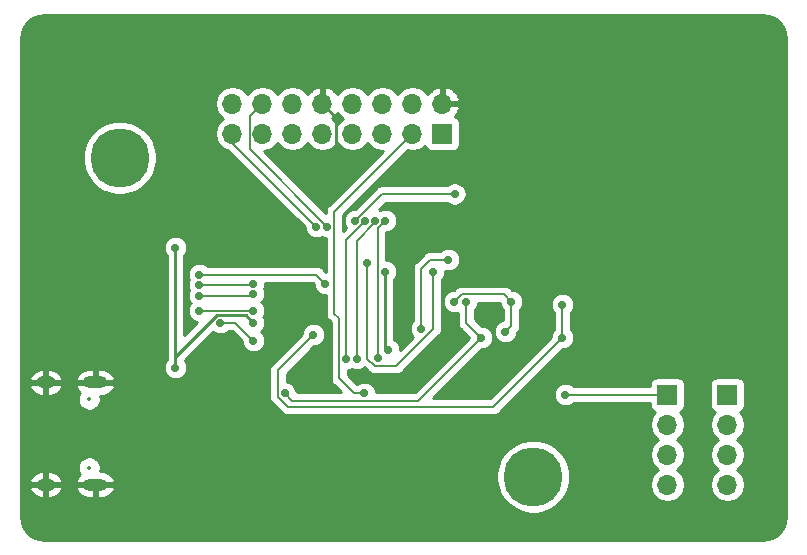
<source format=gbr>
%TF.GenerationSoftware,KiCad,Pcbnew,(5.1.7)-1*%
%TF.CreationDate,2020-10-25T16:34:13+08:00*%
%TF.ProjectId,MuseDash-Peaches2,4d757365-4461-4736-982d-506561636865,rev?*%
%TF.SameCoordinates,Original*%
%TF.FileFunction,Copper,L2,Bot*%
%TF.FilePolarity,Positive*%
%FSLAX46Y46*%
G04 Gerber Fmt 4.6, Leading zero omitted, Abs format (unit mm)*
G04 Created by KiCad (PCBNEW (5.1.7)-1) date 2020-10-25 16:34:13*
%MOMM*%
%LPD*%
G01*
G04 APERTURE LIST*
%TA.AperFunction,ComponentPad*%
%ADD10R,1.700000X1.700000*%
%TD*%
%TA.AperFunction,ComponentPad*%
%ADD11O,1.700000X1.700000*%
%TD*%
%TA.AperFunction,ComponentPad*%
%ADD12O,1.600000X1.000000*%
%TD*%
%TA.AperFunction,ComponentPad*%
%ADD13O,2.100000X1.000000*%
%TD*%
%TA.AperFunction,ViaPad*%
%ADD14C,5.000000*%
%TD*%
%TA.AperFunction,ViaPad*%
%ADD15C,0.700000*%
%TD*%
%TA.AperFunction,Conductor*%
%ADD16C,0.200000*%
%TD*%
%TA.AperFunction,Conductor*%
%ADD17C,0.250000*%
%TD*%
%TA.AperFunction,Conductor*%
%ADD18C,0.254000*%
%TD*%
%TA.AperFunction,Conductor*%
%ADD19C,0.350000*%
%TD*%
%ADD20C,0.350000*%
%ADD21O,1.200000X0.600000*%
%ADD22O,1.700000X0.600000*%
G04 APERTURE END LIST*
D10*
%TO.P,J3,1*%
%TO.N,/D11*%
X160528000Y-87122000D03*
D11*
%TO.P,J3,2*%
%TO.N,/D5*%
X160528000Y-89662000D03*
%TO.P,J3,3*%
%TO.N,/D7*%
X160528000Y-92202000D03*
%TO.P,J3,4*%
%TO.N,/D9*%
X160528000Y-94742000D03*
%TD*%
%TO.P,J3,4*%
%TO.N,/D9*%
X155448000Y-94742000D03*
%TO.P,J3,3*%
%TO.N,/D7*%
X155448000Y-92202000D03*
%TO.P,J3,2*%
%TO.N,/D5*%
X155448000Y-89662000D03*
D10*
%TO.P,J3,1*%
%TO.N,/D11*%
X155448000Y-87122000D03*
%TD*%
D11*
%TO.P,J2,16*%
%TO.N,/RESET*%
X118618000Y-62484000D03*
%TO.P,J2,15*%
%TO.N,/A5*%
X118618000Y-65024000D03*
%TO.P,J2,14*%
%TO.N,/A4*%
X121158000Y-62484000D03*
%TO.P,J2,13*%
%TO.N,/SCK*%
X121158000Y-65024000D03*
%TO.P,J2,12*%
%TO.N,/MOSI*%
X123698000Y-62484000D03*
%TO.P,J2,11*%
%TO.N,/MISO*%
X123698000Y-65024000D03*
%TO.P,J2,10*%
%TO.N,GND*%
X126238000Y-62484000D03*
%TO.P,J2,9*%
%TO.N,VCC*%
X126238000Y-65024000D03*
%TO.P,J2,8*%
%TO.N,/A3*%
X128778000Y-62484000D03*
%TO.P,J2,7*%
%TO.N,/A2*%
X128778000Y-65024000D03*
%TO.P,J2,6*%
%TO.N,/D3-SCL*%
X131318000Y-62484000D03*
%TO.P,J2,5*%
%TO.N,/D2-SDA*%
X131318000Y-65024000D03*
%TO.P,J2,4*%
%TO.N,/D1-TX*%
X133858000Y-62484000D03*
%TO.P,J2,3*%
%TO.N,/D0-RX*%
X133858000Y-65024000D03*
%TO.P,J2,2*%
%TO.N,GND*%
X136398000Y-62484000D03*
D10*
%TO.P,J2,1*%
%TO.N,VCC*%
X136398000Y-65024000D03*
%TD*%
D12*
%TO.P,J1,S1*%
%TO.N,GND*%
X102811000Y-94744000D03*
X102811000Y-86104000D03*
D13*
X106991000Y-94744000D03*
X106991000Y-86104000D03*
%TD*%
D14*
%TO.N,*%
X144076000Y-94076000D03*
X109076000Y-67076000D03*
D15*
%TO.N,GND*%
X125222000Y-68072000D03*
X133328058Y-71606058D03*
X123073000Y-79248000D03*
X133350000Y-74676000D03*
X149860000Y-85344000D03*
X140208000Y-68834000D03*
X112268000Y-86614000D03*
%TO.N,VCC*%
X113792000Y-84836000D03*
X120396000Y-81026000D03*
X131572000Y-76708000D03*
X131826000Y-83312000D03*
X113792000Y-74675988D03*
%TO.N,/D11*%
X123073999Y-87030000D03*
X139700000Y-82296000D03*
X146812000Y-87122000D03*
X138430000Y-79248000D03*
%TO.N,/D9*%
X142240000Y-79248000D03*
X141732000Y-81788000D03*
X137414006Y-79248000D03*
%TO.N,/D7*%
X146558000Y-79502000D03*
X146558000Y-82296000D03*
X125476000Y-82042000D03*
%TO.N,/A5*%
X125730000Y-72898000D03*
%TO.N,/A4*%
X126653990Y-72898000D03*
%TO.N,/SCK*%
X117602000Y-81026000D03*
X120396000Y-82550000D03*
%TO.N,/D3-SCL*%
X128270000Y-84074000D03*
X129872042Y-72400697D03*
%TO.N,/D2-SDA*%
X129120003Y-84074000D03*
X130721987Y-72390000D03*
%TO.N,/D1-TX*%
X130902010Y-84030724D03*
X131572000Y-72390000D03*
%TO.N,/D0-RX*%
X129794000Y-87029990D03*
%TO.N,/D-*%
X115824000Y-77812003D03*
X120396000Y-77724000D03*
%TO.N,/D+*%
X115824000Y-78740000D03*
X120396000Y-78574003D03*
%TO.N,Net-(R17-Pad2)*%
X115824000Y-76962000D03*
X126492000Y-77724000D03*
%TO.N,/D12*%
X136906000Y-75691996D03*
X134620000Y-81534000D03*
%TO.N,/A1*%
X137446765Y-70136765D03*
X129022109Y-72389875D03*
%TO.N,/A0*%
X130048000Y-75946000D03*
X135636000Y-76708000D03*
%TO.N,Net-(C4-Pad1)*%
X115824000Y-80010000D03*
X120396000Y-80010000D03*
%TD*%
D16*
%TO.N,GND*%
X125137999Y-67987999D02*
X125222000Y-68072000D01*
D17*
X127363001Y-63609001D02*
X127363001Y-66184999D01*
X126238000Y-62484000D02*
X127363001Y-63609001D01*
%TO.N,VCC*%
X119770999Y-80400999D02*
X120396000Y-81026000D01*
X117301999Y-80400999D02*
X119770999Y-80400999D01*
X131572000Y-83058000D02*
X131826000Y-83312000D01*
X131572000Y-76708000D02*
X131572000Y-83058000D01*
X113792000Y-74675988D02*
X113792000Y-84328000D01*
X113792000Y-84328000D02*
X113792000Y-83910998D01*
X113792000Y-84836000D02*
X113792000Y-84328000D01*
X113792000Y-83910998D02*
X117301999Y-80400999D01*
D16*
%TO.N,/D11*%
X146812000Y-87122000D02*
X155448000Y-87122000D01*
X138430000Y-81026000D02*
X138430000Y-79248000D01*
X139700000Y-82296000D02*
X138430000Y-81026000D01*
X134366000Y-87630000D02*
X139700000Y-82296000D01*
X123673999Y-87630000D02*
X134366000Y-87630000D01*
X123073999Y-87030000D02*
X123673999Y-87630000D01*
%TO.N,/D9*%
X142240000Y-81280000D02*
X141732000Y-81788000D01*
X142240000Y-79248000D02*
X142240000Y-81280000D01*
X138014007Y-78647999D02*
X137414006Y-79248000D01*
X142240000Y-79248000D02*
X141639999Y-78647999D01*
X141639999Y-78647999D02*
X138014007Y-78647999D01*
%TO.N,/D7*%
X146558000Y-79502000D02*
X146558000Y-82296000D01*
X122473998Y-87318001D02*
X122473998Y-85044002D01*
X123293997Y-88138000D02*
X122473998Y-87318001D01*
X140716000Y-88138000D02*
X123293997Y-88138000D01*
X146558000Y-82296000D02*
X140716000Y-88138000D01*
X122473998Y-85044002D02*
X125476000Y-82042000D01*
%TO.N,/A5*%
X118618000Y-65786000D02*
X125730000Y-72898000D01*
X118618000Y-65024000D02*
X118618000Y-65786000D01*
%TO.N,/A4*%
X120057999Y-66302009D02*
X126653990Y-72898000D01*
X121158000Y-62484000D02*
X120057999Y-63584001D01*
X120057999Y-63584001D02*
X120057999Y-66302009D01*
%TO.N,/SCK*%
X118872000Y-81026000D02*
X120396000Y-82550000D01*
X117602000Y-81026000D02*
X118872000Y-81026000D01*
%TO.N,/D3-SCL*%
X128270000Y-74002739D02*
X129872042Y-72400697D01*
X128270000Y-84074000D02*
X128270000Y-74002739D01*
%TO.N,/D2-SDA*%
X129120003Y-84074000D02*
X129120003Y-74133139D01*
X129120003Y-74133139D02*
X130721987Y-72531155D01*
X130721987Y-72531155D02*
X130721987Y-72390000D01*
%TO.N,/D1-TX*%
X130902010Y-73059990D02*
X131572000Y-72390000D01*
X130902010Y-84030724D02*
X130902010Y-73059990D01*
%TO.N,/D0-RX*%
X128939990Y-87029990D02*
X129794000Y-87029990D01*
X127669999Y-85759999D02*
X128939990Y-87029990D01*
X127669999Y-80679999D02*
X127669999Y-85759999D01*
X127254000Y-80264000D02*
X127669999Y-80679999D01*
X127254000Y-71628000D02*
X127254000Y-80264000D01*
X133858000Y-65024000D02*
X127254000Y-71628000D01*
%TO.N,/D-*%
X120307997Y-77812003D02*
X120396000Y-77724000D01*
X115824000Y-77812003D02*
X120307997Y-77812003D01*
%TO.N,/D+*%
X115824000Y-78740000D02*
X120396000Y-78740000D01*
X120396000Y-78740000D02*
X120396000Y-78574003D01*
%TO.N,Net-(R17-Pad2)*%
X115824000Y-76962000D02*
X125730000Y-76962000D01*
X125730000Y-76962000D02*
X126492000Y-77724000D01*
%TO.N,/D12*%
X134620000Y-76454000D02*
X134620000Y-81534000D01*
X135382004Y-75691996D02*
X134620000Y-76454000D01*
X136906000Y-75691996D02*
X135382004Y-75691996D01*
%TO.N,/A1*%
X131275219Y-70136765D02*
X129022109Y-72389875D01*
X137446765Y-70136765D02*
X131275219Y-70136765D01*
%TO.N,/A0*%
X135636000Y-81534000D02*
X135636000Y-76708000D01*
X130048000Y-75946000D02*
X130048000Y-84074000D01*
X130048000Y-84074000D02*
X130648001Y-84674001D01*
X130648001Y-84674001D02*
X132495999Y-84674001D01*
X132495999Y-84674001D02*
X135636000Y-81534000D01*
%TO.N,Net-(C4-Pad1)*%
X115824000Y-80010000D02*
X120396000Y-80010000D01*
%TD*%
D18*
%TO.N,GND*%
X163940545Y-55054909D02*
X164291208Y-55160780D01*
X164614625Y-55332744D01*
X164898484Y-55564254D01*
X165131965Y-55846486D01*
X165306183Y-56168695D01*
X165414502Y-56518614D01*
X165456001Y-56913452D01*
X165456000Y-97503721D01*
X165417091Y-97900545D01*
X165311220Y-98251206D01*
X165139257Y-98574623D01*
X164907748Y-98858482D01*
X164625514Y-99091965D01*
X164303304Y-99266184D01*
X163953385Y-99374502D01*
X163558557Y-99416000D01*
X102648279Y-99416000D01*
X102251455Y-99377091D01*
X101900794Y-99271220D01*
X101577377Y-99099257D01*
X101293518Y-98867748D01*
X101060035Y-98585514D01*
X100885816Y-98263304D01*
X100777498Y-97913385D01*
X100736000Y-97518557D01*
X100736000Y-95045874D01*
X101416881Y-95045874D01*
X101496724Y-95268976D01*
X101618631Y-95456764D01*
X101774831Y-95617161D01*
X101959322Y-95744003D01*
X102165013Y-95832415D01*
X102384000Y-95879000D01*
X102684000Y-95879000D01*
X102684000Y-94871000D01*
X102938000Y-94871000D01*
X102938000Y-95879000D01*
X103238000Y-95879000D01*
X103456987Y-95832415D01*
X103662678Y-95744003D01*
X103847169Y-95617161D01*
X104003369Y-95456764D01*
X104125276Y-95268976D01*
X104205119Y-95045874D01*
X105346881Y-95045874D01*
X105426724Y-95268976D01*
X105548631Y-95456764D01*
X105704831Y-95617161D01*
X105889322Y-95744003D01*
X106095013Y-95832415D01*
X106314000Y-95879000D01*
X106864000Y-95879000D01*
X106864000Y-94871000D01*
X107118000Y-94871000D01*
X107118000Y-95879000D01*
X107668000Y-95879000D01*
X107886987Y-95832415D01*
X108092678Y-95744003D01*
X108277169Y-95617161D01*
X108433369Y-95456764D01*
X108555276Y-95268976D01*
X108635119Y-95045874D01*
X108508954Y-94871000D01*
X107118000Y-94871000D01*
X106864000Y-94871000D01*
X105473046Y-94871000D01*
X105346881Y-95045874D01*
X104205119Y-95045874D01*
X104078954Y-94871000D01*
X102938000Y-94871000D01*
X102684000Y-94871000D01*
X101543046Y-94871000D01*
X101416881Y-95045874D01*
X100736000Y-95045874D01*
X100736000Y-94442126D01*
X101416881Y-94442126D01*
X101543046Y-94617000D01*
X102684000Y-94617000D01*
X102684000Y-93609000D01*
X102938000Y-93609000D01*
X102938000Y-94617000D01*
X104078954Y-94617000D01*
X104205119Y-94442126D01*
X105346881Y-94442126D01*
X105473046Y-94617000D01*
X106864000Y-94617000D01*
X106864000Y-94597000D01*
X107118000Y-94597000D01*
X107118000Y-94617000D01*
X108508954Y-94617000D01*
X108635119Y-94442126D01*
X108555276Y-94219024D01*
X108433369Y-94031236D01*
X108277169Y-93870839D01*
X108126469Y-93767229D01*
X140941000Y-93767229D01*
X140941000Y-94384771D01*
X141061476Y-94990446D01*
X141297799Y-95560979D01*
X141640886Y-96074446D01*
X142077554Y-96511114D01*
X142591021Y-96854201D01*
X143161554Y-97090524D01*
X143767229Y-97211000D01*
X144384771Y-97211000D01*
X144990446Y-97090524D01*
X145560979Y-96854201D01*
X146074446Y-96511114D01*
X146511114Y-96074446D01*
X146854201Y-95560979D01*
X147090524Y-94990446D01*
X147211000Y-94384771D01*
X147211000Y-93767229D01*
X147090524Y-93161554D01*
X146854201Y-92591021D01*
X146511114Y-92077554D01*
X146074446Y-91640886D01*
X145560979Y-91297799D01*
X144990446Y-91061476D01*
X144384771Y-90941000D01*
X143767229Y-90941000D01*
X143161554Y-91061476D01*
X142591021Y-91297799D01*
X142077554Y-91640886D01*
X141640886Y-92077554D01*
X141297799Y-92591021D01*
X141061476Y-93161554D01*
X140941000Y-93767229D01*
X108126469Y-93767229D01*
X108092678Y-93743997D01*
X107886987Y-93655585D01*
X107668000Y-93609000D01*
X107407904Y-93609000D01*
X107414108Y-93594022D01*
X107451000Y-93408552D01*
X107451000Y-93219448D01*
X107414108Y-93033978D01*
X107341741Y-92859269D01*
X107236681Y-92702036D01*
X107102964Y-92568319D01*
X106945731Y-92463259D01*
X106771022Y-92390892D01*
X106585552Y-92354000D01*
X106396448Y-92354000D01*
X106210978Y-92390892D01*
X106036269Y-92463259D01*
X105879036Y-92568319D01*
X105745319Y-92702036D01*
X105640259Y-92859269D01*
X105567892Y-93033978D01*
X105531000Y-93219448D01*
X105531000Y-93408552D01*
X105567892Y-93594022D01*
X105640259Y-93768731D01*
X105707335Y-93869117D01*
X105704831Y-93870839D01*
X105548631Y-94031236D01*
X105426724Y-94219024D01*
X105346881Y-94442126D01*
X104205119Y-94442126D01*
X104125276Y-94219024D01*
X104003369Y-94031236D01*
X103847169Y-93870839D01*
X103662678Y-93743997D01*
X103456987Y-93655585D01*
X103238000Y-93609000D01*
X102938000Y-93609000D01*
X102684000Y-93609000D01*
X102384000Y-93609000D01*
X102165013Y-93655585D01*
X101959322Y-93743997D01*
X101774831Y-93870839D01*
X101618631Y-94031236D01*
X101496724Y-94219024D01*
X101416881Y-94442126D01*
X100736000Y-94442126D01*
X100736000Y-86405874D01*
X101416881Y-86405874D01*
X101496724Y-86628976D01*
X101618631Y-86816764D01*
X101774831Y-86977161D01*
X101959322Y-87104003D01*
X102165013Y-87192415D01*
X102384000Y-87239000D01*
X102684000Y-87239000D01*
X102684000Y-86231000D01*
X102938000Y-86231000D01*
X102938000Y-87239000D01*
X103238000Y-87239000D01*
X103456987Y-87192415D01*
X103662678Y-87104003D01*
X103847169Y-86977161D01*
X104003369Y-86816764D01*
X104125276Y-86628976D01*
X104205119Y-86405874D01*
X105346881Y-86405874D01*
X105426724Y-86628976D01*
X105548631Y-86816764D01*
X105704831Y-86977161D01*
X105707335Y-86978883D01*
X105640259Y-87079269D01*
X105567892Y-87253978D01*
X105531000Y-87439448D01*
X105531000Y-87628552D01*
X105567892Y-87814022D01*
X105640259Y-87988731D01*
X105745319Y-88145964D01*
X105879036Y-88279681D01*
X106036269Y-88384741D01*
X106210978Y-88457108D01*
X106396448Y-88494000D01*
X106585552Y-88494000D01*
X106771022Y-88457108D01*
X106945731Y-88384741D01*
X107102964Y-88279681D01*
X107236681Y-88145964D01*
X107341741Y-87988731D01*
X107414108Y-87814022D01*
X107451000Y-87628552D01*
X107451000Y-87439448D01*
X107414108Y-87253978D01*
X107407904Y-87239000D01*
X107668000Y-87239000D01*
X107886987Y-87192415D01*
X108092678Y-87104003D01*
X108277169Y-86977161D01*
X108433369Y-86816764D01*
X108555276Y-86628976D01*
X108635119Y-86405874D01*
X108508954Y-86231000D01*
X107118000Y-86231000D01*
X107118000Y-86251000D01*
X106864000Y-86251000D01*
X106864000Y-86231000D01*
X105473046Y-86231000D01*
X105346881Y-86405874D01*
X104205119Y-86405874D01*
X104078954Y-86231000D01*
X102938000Y-86231000D01*
X102684000Y-86231000D01*
X101543046Y-86231000D01*
X101416881Y-86405874D01*
X100736000Y-86405874D01*
X100736000Y-85802126D01*
X101416881Y-85802126D01*
X101543046Y-85977000D01*
X102684000Y-85977000D01*
X102684000Y-84969000D01*
X102938000Y-84969000D01*
X102938000Y-85977000D01*
X104078954Y-85977000D01*
X104205119Y-85802126D01*
X105346881Y-85802126D01*
X105473046Y-85977000D01*
X106864000Y-85977000D01*
X106864000Y-84969000D01*
X107118000Y-84969000D01*
X107118000Y-85977000D01*
X108508954Y-85977000D01*
X108635119Y-85802126D01*
X108555276Y-85579024D01*
X108433369Y-85391236D01*
X108277169Y-85230839D01*
X108092678Y-85103997D01*
X107886987Y-85015585D01*
X107668000Y-84969000D01*
X107118000Y-84969000D01*
X106864000Y-84969000D01*
X106314000Y-84969000D01*
X106095013Y-85015585D01*
X105889322Y-85103997D01*
X105704831Y-85230839D01*
X105548631Y-85391236D01*
X105426724Y-85579024D01*
X105346881Y-85802126D01*
X104205119Y-85802126D01*
X104125276Y-85579024D01*
X104003369Y-85391236D01*
X103847169Y-85230839D01*
X103662678Y-85103997D01*
X103456987Y-85015585D01*
X103238000Y-84969000D01*
X102938000Y-84969000D01*
X102684000Y-84969000D01*
X102384000Y-84969000D01*
X102165013Y-85015585D01*
X101959322Y-85103997D01*
X101774831Y-85230839D01*
X101618631Y-85391236D01*
X101496724Y-85579024D01*
X101416881Y-85802126D01*
X100736000Y-85802126D01*
X100736000Y-74578974D01*
X112807000Y-74578974D01*
X112807000Y-74773002D01*
X112844853Y-74963302D01*
X112919104Y-75142560D01*
X113026901Y-75303889D01*
X113032000Y-75308988D01*
X113032001Y-83873655D01*
X113032000Y-83873665D01*
X113032000Y-83873676D01*
X113028324Y-83910998D01*
X113032000Y-83948320D01*
X113032000Y-84203000D01*
X113026901Y-84208099D01*
X112919104Y-84369428D01*
X112844853Y-84548686D01*
X112807000Y-84738986D01*
X112807000Y-84933014D01*
X112844853Y-85123314D01*
X112919104Y-85302572D01*
X113026901Y-85463901D01*
X113164099Y-85601099D01*
X113325428Y-85708896D01*
X113504686Y-85783147D01*
X113694986Y-85821000D01*
X113889014Y-85821000D01*
X114079314Y-85783147D01*
X114258572Y-85708896D01*
X114419901Y-85601099D01*
X114557099Y-85463901D01*
X114664896Y-85302572D01*
X114739147Y-85123314D01*
X114777000Y-84933014D01*
X114777000Y-84738986D01*
X114739147Y-84548686D01*
X114664896Y-84369428D01*
X114562146Y-84215653D01*
X116981653Y-81796147D01*
X117135428Y-81898896D01*
X117314686Y-81973147D01*
X117504986Y-82011000D01*
X117699014Y-82011000D01*
X117889314Y-81973147D01*
X118068572Y-81898896D01*
X118229901Y-81791099D01*
X118260000Y-81761000D01*
X118567554Y-81761000D01*
X119411000Y-82604447D01*
X119411000Y-82647014D01*
X119448853Y-82837314D01*
X119523104Y-83016572D01*
X119630901Y-83177901D01*
X119768099Y-83315099D01*
X119929428Y-83422896D01*
X120108686Y-83497147D01*
X120298986Y-83535000D01*
X120493014Y-83535000D01*
X120683314Y-83497147D01*
X120862572Y-83422896D01*
X121023901Y-83315099D01*
X121161099Y-83177901D01*
X121268896Y-83016572D01*
X121343147Y-82837314D01*
X121381000Y-82647014D01*
X121381000Y-82452986D01*
X121343147Y-82262686D01*
X121268896Y-82083428D01*
X121161099Y-81922099D01*
X121027000Y-81788000D01*
X121161099Y-81653901D01*
X121268896Y-81492572D01*
X121343147Y-81313314D01*
X121381000Y-81123014D01*
X121381000Y-80928986D01*
X121343147Y-80738686D01*
X121268896Y-80559428D01*
X121241215Y-80518000D01*
X121268896Y-80476572D01*
X121343147Y-80297314D01*
X121381000Y-80107014D01*
X121381000Y-79912986D01*
X121343147Y-79722686D01*
X121268896Y-79543428D01*
X121161099Y-79382099D01*
X121071002Y-79292002D01*
X121161099Y-79201904D01*
X121268896Y-79040575D01*
X121343147Y-78861317D01*
X121381000Y-78671017D01*
X121381000Y-78476989D01*
X121343147Y-78286689D01*
X121286115Y-78149002D01*
X121343147Y-78011314D01*
X121381000Y-77821014D01*
X121381000Y-77697000D01*
X125425554Y-77697000D01*
X125507000Y-77778446D01*
X125507000Y-77821014D01*
X125544853Y-78011314D01*
X125619104Y-78190572D01*
X125726901Y-78351901D01*
X125864099Y-78489099D01*
X126025428Y-78596896D01*
X126204686Y-78671147D01*
X126394986Y-78709000D01*
X126519001Y-78709000D01*
X126519001Y-80227885D01*
X126515444Y-80264000D01*
X126529635Y-80408085D01*
X126562067Y-80514997D01*
X126571664Y-80546633D01*
X126639914Y-80674320D01*
X126731763Y-80786238D01*
X126759808Y-80809254D01*
X126934999Y-80984445D01*
X126935000Y-85723884D01*
X126931443Y-85759999D01*
X126945634Y-85904084D01*
X126983170Y-86027820D01*
X126987663Y-86042632D01*
X127055913Y-86170319D01*
X127147762Y-86282237D01*
X127175807Y-86305253D01*
X127765554Y-86895000D01*
X124051443Y-86895000D01*
X124021146Y-86742686D01*
X123946895Y-86563428D01*
X123839098Y-86402099D01*
X123701900Y-86264901D01*
X123540571Y-86157104D01*
X123361313Y-86082853D01*
X123208998Y-86052556D01*
X123208998Y-85348448D01*
X125530447Y-83027000D01*
X125573014Y-83027000D01*
X125763314Y-82989147D01*
X125942572Y-82914896D01*
X126103901Y-82807099D01*
X126241099Y-82669901D01*
X126348896Y-82508572D01*
X126423147Y-82329314D01*
X126461000Y-82139014D01*
X126461000Y-81944986D01*
X126423147Y-81754686D01*
X126348896Y-81575428D01*
X126241099Y-81414099D01*
X126103901Y-81276901D01*
X125942572Y-81169104D01*
X125763314Y-81094853D01*
X125573014Y-81057000D01*
X125378986Y-81057000D01*
X125188686Y-81094853D01*
X125009428Y-81169104D01*
X124848099Y-81276901D01*
X124710901Y-81414099D01*
X124603104Y-81575428D01*
X124528853Y-81754686D01*
X124491000Y-81944986D01*
X124491000Y-81987553D01*
X121979806Y-84498748D01*
X121951761Y-84521764D01*
X121859912Y-84633682D01*
X121830832Y-84688087D01*
X121791662Y-84761369D01*
X121749633Y-84899917D01*
X121735442Y-85044002D01*
X121738999Y-85080117D01*
X121738998Y-87281896D01*
X121735442Y-87318001D01*
X121744861Y-87413635D01*
X121749633Y-87462085D01*
X121791661Y-87600633D01*
X121859911Y-87728320D01*
X121951760Y-87840238D01*
X121979806Y-87863255D01*
X122748743Y-88632193D01*
X122771759Y-88660238D01*
X122799803Y-88683253D01*
X122883677Y-88752087D01*
X123011363Y-88820337D01*
X123149912Y-88862365D01*
X123293997Y-88876556D01*
X123330102Y-88873000D01*
X140679895Y-88873000D01*
X140716000Y-88876556D01*
X140752105Y-88873000D01*
X140860085Y-88862365D01*
X140998633Y-88820337D01*
X141126320Y-88752087D01*
X141238238Y-88660238D01*
X141261259Y-88632187D01*
X142868460Y-87024986D01*
X145827000Y-87024986D01*
X145827000Y-87219014D01*
X145864853Y-87409314D01*
X145939104Y-87588572D01*
X146046901Y-87749901D01*
X146184099Y-87887099D01*
X146345428Y-87994896D01*
X146524686Y-88069147D01*
X146714986Y-88107000D01*
X146909014Y-88107000D01*
X147099314Y-88069147D01*
X147278572Y-87994896D01*
X147439901Y-87887099D01*
X147470000Y-87857000D01*
X153959928Y-87857000D01*
X153959928Y-87972000D01*
X153972188Y-88096482D01*
X154008498Y-88216180D01*
X154067463Y-88326494D01*
X154146815Y-88423185D01*
X154243506Y-88502537D01*
X154353820Y-88561502D01*
X154426380Y-88583513D01*
X154294525Y-88715368D01*
X154132010Y-88958589D01*
X154020068Y-89228842D01*
X153963000Y-89515740D01*
X153963000Y-89808260D01*
X154020068Y-90095158D01*
X154132010Y-90365411D01*
X154294525Y-90608632D01*
X154501368Y-90815475D01*
X154675760Y-90932000D01*
X154501368Y-91048525D01*
X154294525Y-91255368D01*
X154132010Y-91498589D01*
X154020068Y-91768842D01*
X153963000Y-92055740D01*
X153963000Y-92348260D01*
X154020068Y-92635158D01*
X154132010Y-92905411D01*
X154294525Y-93148632D01*
X154501368Y-93355475D01*
X154675760Y-93472000D01*
X154501368Y-93588525D01*
X154294525Y-93795368D01*
X154132010Y-94038589D01*
X154020068Y-94308842D01*
X153963000Y-94595740D01*
X153963000Y-94888260D01*
X154020068Y-95175158D01*
X154132010Y-95445411D01*
X154294525Y-95688632D01*
X154501368Y-95895475D01*
X154744589Y-96057990D01*
X155014842Y-96169932D01*
X155301740Y-96227000D01*
X155594260Y-96227000D01*
X155881158Y-96169932D01*
X156151411Y-96057990D01*
X156394632Y-95895475D01*
X156601475Y-95688632D01*
X156763990Y-95445411D01*
X156875932Y-95175158D01*
X156933000Y-94888260D01*
X156933000Y-94595740D01*
X156875932Y-94308842D01*
X156763990Y-94038589D01*
X156601475Y-93795368D01*
X156394632Y-93588525D01*
X156220240Y-93472000D01*
X156394632Y-93355475D01*
X156601475Y-93148632D01*
X156763990Y-92905411D01*
X156875932Y-92635158D01*
X156933000Y-92348260D01*
X156933000Y-92055740D01*
X156875932Y-91768842D01*
X156763990Y-91498589D01*
X156601475Y-91255368D01*
X156394632Y-91048525D01*
X156220240Y-90932000D01*
X156394632Y-90815475D01*
X156601475Y-90608632D01*
X156763990Y-90365411D01*
X156875932Y-90095158D01*
X156933000Y-89808260D01*
X156933000Y-89515740D01*
X156875932Y-89228842D01*
X156763990Y-88958589D01*
X156601475Y-88715368D01*
X156469620Y-88583513D01*
X156542180Y-88561502D01*
X156652494Y-88502537D01*
X156749185Y-88423185D01*
X156828537Y-88326494D01*
X156887502Y-88216180D01*
X156923812Y-88096482D01*
X156936072Y-87972000D01*
X156936072Y-86272000D01*
X159039928Y-86272000D01*
X159039928Y-87972000D01*
X159052188Y-88096482D01*
X159088498Y-88216180D01*
X159147463Y-88326494D01*
X159226815Y-88423185D01*
X159323506Y-88502537D01*
X159433820Y-88561502D01*
X159506380Y-88583513D01*
X159374525Y-88715368D01*
X159212010Y-88958589D01*
X159100068Y-89228842D01*
X159043000Y-89515740D01*
X159043000Y-89808260D01*
X159100068Y-90095158D01*
X159212010Y-90365411D01*
X159374525Y-90608632D01*
X159581368Y-90815475D01*
X159755760Y-90932000D01*
X159581368Y-91048525D01*
X159374525Y-91255368D01*
X159212010Y-91498589D01*
X159100068Y-91768842D01*
X159043000Y-92055740D01*
X159043000Y-92348260D01*
X159100068Y-92635158D01*
X159212010Y-92905411D01*
X159374525Y-93148632D01*
X159581368Y-93355475D01*
X159755760Y-93472000D01*
X159581368Y-93588525D01*
X159374525Y-93795368D01*
X159212010Y-94038589D01*
X159100068Y-94308842D01*
X159043000Y-94595740D01*
X159043000Y-94888260D01*
X159100068Y-95175158D01*
X159212010Y-95445411D01*
X159374525Y-95688632D01*
X159581368Y-95895475D01*
X159824589Y-96057990D01*
X160094842Y-96169932D01*
X160381740Y-96227000D01*
X160674260Y-96227000D01*
X160961158Y-96169932D01*
X161231411Y-96057990D01*
X161474632Y-95895475D01*
X161681475Y-95688632D01*
X161843990Y-95445411D01*
X161955932Y-95175158D01*
X162013000Y-94888260D01*
X162013000Y-94595740D01*
X161955932Y-94308842D01*
X161843990Y-94038589D01*
X161681475Y-93795368D01*
X161474632Y-93588525D01*
X161300240Y-93472000D01*
X161474632Y-93355475D01*
X161681475Y-93148632D01*
X161843990Y-92905411D01*
X161955932Y-92635158D01*
X162013000Y-92348260D01*
X162013000Y-92055740D01*
X161955932Y-91768842D01*
X161843990Y-91498589D01*
X161681475Y-91255368D01*
X161474632Y-91048525D01*
X161300240Y-90932000D01*
X161474632Y-90815475D01*
X161681475Y-90608632D01*
X161843990Y-90365411D01*
X161955932Y-90095158D01*
X162013000Y-89808260D01*
X162013000Y-89515740D01*
X161955932Y-89228842D01*
X161843990Y-88958589D01*
X161681475Y-88715368D01*
X161549620Y-88583513D01*
X161622180Y-88561502D01*
X161732494Y-88502537D01*
X161829185Y-88423185D01*
X161908537Y-88326494D01*
X161967502Y-88216180D01*
X162003812Y-88096482D01*
X162016072Y-87972000D01*
X162016072Y-86272000D01*
X162003812Y-86147518D01*
X161967502Y-86027820D01*
X161908537Y-85917506D01*
X161829185Y-85820815D01*
X161732494Y-85741463D01*
X161622180Y-85682498D01*
X161502482Y-85646188D01*
X161378000Y-85633928D01*
X159678000Y-85633928D01*
X159553518Y-85646188D01*
X159433820Y-85682498D01*
X159323506Y-85741463D01*
X159226815Y-85820815D01*
X159147463Y-85917506D01*
X159088498Y-86027820D01*
X159052188Y-86147518D01*
X159039928Y-86272000D01*
X156936072Y-86272000D01*
X156923812Y-86147518D01*
X156887502Y-86027820D01*
X156828537Y-85917506D01*
X156749185Y-85820815D01*
X156652494Y-85741463D01*
X156542180Y-85682498D01*
X156422482Y-85646188D01*
X156298000Y-85633928D01*
X154598000Y-85633928D01*
X154473518Y-85646188D01*
X154353820Y-85682498D01*
X154243506Y-85741463D01*
X154146815Y-85820815D01*
X154067463Y-85917506D01*
X154008498Y-86027820D01*
X153972188Y-86147518D01*
X153959928Y-86272000D01*
X153959928Y-86387000D01*
X147470000Y-86387000D01*
X147439901Y-86356901D01*
X147278572Y-86249104D01*
X147099314Y-86174853D01*
X146909014Y-86137000D01*
X146714986Y-86137000D01*
X146524686Y-86174853D01*
X146345428Y-86249104D01*
X146184099Y-86356901D01*
X146046901Y-86494099D01*
X145939104Y-86655428D01*
X145864853Y-86834686D01*
X145827000Y-87024986D01*
X142868460Y-87024986D01*
X146612447Y-83281000D01*
X146655014Y-83281000D01*
X146845314Y-83243147D01*
X147024572Y-83168896D01*
X147185901Y-83061099D01*
X147323099Y-82923901D01*
X147430896Y-82762572D01*
X147505147Y-82583314D01*
X147543000Y-82393014D01*
X147543000Y-82198986D01*
X147505147Y-82008686D01*
X147430896Y-81829428D01*
X147323099Y-81668099D01*
X147293000Y-81638000D01*
X147293000Y-80160000D01*
X147323099Y-80129901D01*
X147430896Y-79968572D01*
X147505147Y-79789314D01*
X147543000Y-79599014D01*
X147543000Y-79404986D01*
X147505147Y-79214686D01*
X147430896Y-79035428D01*
X147323099Y-78874099D01*
X147185901Y-78736901D01*
X147024572Y-78629104D01*
X146845314Y-78554853D01*
X146655014Y-78517000D01*
X146460986Y-78517000D01*
X146270686Y-78554853D01*
X146091428Y-78629104D01*
X145930099Y-78736901D01*
X145792901Y-78874099D01*
X145685104Y-79035428D01*
X145610853Y-79214686D01*
X145573000Y-79404986D01*
X145573000Y-79599014D01*
X145610853Y-79789314D01*
X145685104Y-79968572D01*
X145792901Y-80129901D01*
X145823000Y-80160000D01*
X145823001Y-81637999D01*
X145792901Y-81668099D01*
X145685104Y-81829428D01*
X145610853Y-82008686D01*
X145573000Y-82198986D01*
X145573000Y-82241553D01*
X140411554Y-87403000D01*
X135632446Y-87403000D01*
X139754447Y-83281000D01*
X139797014Y-83281000D01*
X139987314Y-83243147D01*
X140166572Y-83168896D01*
X140327901Y-83061099D01*
X140465099Y-82923901D01*
X140572896Y-82762572D01*
X140647147Y-82583314D01*
X140685000Y-82393014D01*
X140685000Y-82198986D01*
X140647147Y-82008686D01*
X140572896Y-81829428D01*
X140465099Y-81668099D01*
X140327901Y-81530901D01*
X140166572Y-81423104D01*
X139987314Y-81348853D01*
X139797014Y-81311000D01*
X139754447Y-81311000D01*
X139165000Y-80721554D01*
X139165000Y-79906000D01*
X139195099Y-79875901D01*
X139302896Y-79714572D01*
X139377147Y-79535314D01*
X139407444Y-79382999D01*
X141262556Y-79382999D01*
X141292853Y-79535314D01*
X141367104Y-79714572D01*
X141474901Y-79875901D01*
X141505000Y-79906000D01*
X141505001Y-80828856D01*
X141444686Y-80840853D01*
X141265428Y-80915104D01*
X141104099Y-81022901D01*
X140966901Y-81160099D01*
X140859104Y-81321428D01*
X140784853Y-81500686D01*
X140747000Y-81690986D01*
X140747000Y-81885014D01*
X140784853Y-82075314D01*
X140859104Y-82254572D01*
X140966901Y-82415901D01*
X141104099Y-82553099D01*
X141265428Y-82660896D01*
X141444686Y-82735147D01*
X141634986Y-82773000D01*
X141829014Y-82773000D01*
X142019314Y-82735147D01*
X142198572Y-82660896D01*
X142359901Y-82553099D01*
X142497099Y-82415901D01*
X142604896Y-82254572D01*
X142679147Y-82075314D01*
X142717000Y-81885014D01*
X142717000Y-81842447D01*
X142734192Y-81825254D01*
X142762238Y-81802238D01*
X142854087Y-81690320D01*
X142922337Y-81562633D01*
X142964365Y-81424085D01*
X142975000Y-81316105D01*
X142975000Y-81316096D01*
X142978555Y-81280001D01*
X142975000Y-81243906D01*
X142975000Y-79906000D01*
X143005099Y-79875901D01*
X143112896Y-79714572D01*
X143187147Y-79535314D01*
X143225000Y-79345014D01*
X143225000Y-79150986D01*
X143187147Y-78960686D01*
X143112896Y-78781428D01*
X143005099Y-78620099D01*
X142867901Y-78482901D01*
X142706572Y-78375104D01*
X142527314Y-78300853D01*
X142337014Y-78263000D01*
X142294446Y-78263000D01*
X142185257Y-78153811D01*
X142162237Y-78125761D01*
X142050319Y-78033912D01*
X141922632Y-77965662D01*
X141784084Y-77923634D01*
X141676104Y-77912999D01*
X141639999Y-77909443D01*
X141603894Y-77912999D01*
X138050112Y-77912999D01*
X138014007Y-77909443D01*
X137869922Y-77923634D01*
X137731373Y-77965662D01*
X137645965Y-78011314D01*
X137603687Y-78033912D01*
X137491769Y-78125761D01*
X137468753Y-78153806D01*
X137359559Y-78263000D01*
X137316992Y-78263000D01*
X137126692Y-78300853D01*
X136947434Y-78375104D01*
X136786105Y-78482901D01*
X136648907Y-78620099D01*
X136541110Y-78781428D01*
X136466859Y-78960686D01*
X136429006Y-79150986D01*
X136429006Y-79345014D01*
X136466859Y-79535314D01*
X136541110Y-79714572D01*
X136648907Y-79875901D01*
X136786105Y-80013099D01*
X136947434Y-80120896D01*
X137126692Y-80195147D01*
X137316992Y-80233000D01*
X137511020Y-80233000D01*
X137695000Y-80196404D01*
X137695000Y-80989895D01*
X137691444Y-81026000D01*
X137704740Y-81160999D01*
X137705635Y-81170084D01*
X137747663Y-81308632D01*
X137815913Y-81436319D01*
X137907762Y-81548237D01*
X137935808Y-81571254D01*
X138660553Y-82296000D01*
X134061554Y-86895000D01*
X130771446Y-86895000D01*
X130741147Y-86742676D01*
X130666896Y-86563418D01*
X130559099Y-86402089D01*
X130421901Y-86264891D01*
X130260572Y-86157094D01*
X130081314Y-86082843D01*
X129891014Y-86044990D01*
X129696986Y-86044990D01*
X129506686Y-86082843D01*
X129327428Y-86157094D01*
X129195016Y-86245569D01*
X128404999Y-85455553D01*
X128404999Y-85051444D01*
X128557314Y-85021147D01*
X128695002Y-84964115D01*
X128832689Y-85021147D01*
X129022989Y-85059000D01*
X129217017Y-85059000D01*
X129407317Y-85021147D01*
X129586575Y-84946896D01*
X129747904Y-84839099D01*
X129760778Y-84826225D01*
X130102747Y-85168194D01*
X130125763Y-85196239D01*
X130153807Y-85219254D01*
X130237681Y-85288088D01*
X130365367Y-85356338D01*
X130503916Y-85398366D01*
X130648001Y-85412557D01*
X130684106Y-85409001D01*
X132459894Y-85409001D01*
X132495999Y-85412557D01*
X132532104Y-85409001D01*
X132640084Y-85398366D01*
X132778632Y-85356338D01*
X132906319Y-85288088D01*
X133018237Y-85196239D01*
X133041258Y-85168188D01*
X136130197Y-82079250D01*
X136158237Y-82056238D01*
X136181250Y-82028197D01*
X136181253Y-82028194D01*
X136226429Y-81973147D01*
X136250087Y-81944320D01*
X136318337Y-81816633D01*
X136356654Y-81690320D01*
X136360365Y-81678086D01*
X136374556Y-81534001D01*
X136371000Y-81497896D01*
X136371000Y-77366000D01*
X136401099Y-77335901D01*
X136508896Y-77174572D01*
X136583147Y-76995314D01*
X136621000Y-76805014D01*
X136621000Y-76639603D01*
X136808986Y-76676996D01*
X137003014Y-76676996D01*
X137193314Y-76639143D01*
X137372572Y-76564892D01*
X137533901Y-76457095D01*
X137671099Y-76319897D01*
X137778896Y-76158568D01*
X137853147Y-75979310D01*
X137891000Y-75789010D01*
X137891000Y-75594982D01*
X137853147Y-75404682D01*
X137778896Y-75225424D01*
X137671099Y-75064095D01*
X137533901Y-74926897D01*
X137372572Y-74819100D01*
X137193314Y-74744849D01*
X137003014Y-74706996D01*
X136808986Y-74706996D01*
X136618686Y-74744849D01*
X136439428Y-74819100D01*
X136278099Y-74926897D01*
X136248000Y-74956996D01*
X135418098Y-74956996D01*
X135382003Y-74953441D01*
X135345908Y-74956996D01*
X135345899Y-74956996D01*
X135237919Y-74967631D01*
X135099371Y-75009659D01*
X134971684Y-75077909D01*
X134859766Y-75169758D01*
X134836750Y-75197803D01*
X134125808Y-75908746D01*
X134097762Y-75931763D01*
X134005913Y-76043681D01*
X133937663Y-76171368D01*
X133918872Y-76233314D01*
X133895635Y-76309915D01*
X133881444Y-76454000D01*
X133885000Y-76490105D01*
X133885001Y-80875999D01*
X133854901Y-80906099D01*
X133747104Y-81067428D01*
X133672853Y-81246686D01*
X133635000Y-81436986D01*
X133635000Y-81631014D01*
X133672853Y-81821314D01*
X133747104Y-82000572D01*
X133854901Y-82161901D01*
X133911777Y-82218777D01*
X132811000Y-83319554D01*
X132811000Y-83214986D01*
X132773147Y-83024686D01*
X132698896Y-82845428D01*
X132591099Y-82684099D01*
X132453901Y-82546901D01*
X132332000Y-82465449D01*
X132332000Y-77341000D01*
X132337099Y-77335901D01*
X132444896Y-77174572D01*
X132519147Y-76995314D01*
X132557000Y-76805014D01*
X132557000Y-76610986D01*
X132519147Y-76420686D01*
X132444896Y-76241428D01*
X132337099Y-76080099D01*
X132199901Y-75942901D01*
X132038572Y-75835104D01*
X131859314Y-75760853D01*
X131669014Y-75723000D01*
X131637010Y-75723000D01*
X131637010Y-73375000D01*
X131669014Y-73375000D01*
X131859314Y-73337147D01*
X132038572Y-73262896D01*
X132199901Y-73155099D01*
X132337099Y-73017901D01*
X132444896Y-72856572D01*
X132519147Y-72677314D01*
X132557000Y-72487014D01*
X132557000Y-72292986D01*
X132519147Y-72102686D01*
X132444896Y-71923428D01*
X132337099Y-71762099D01*
X132199901Y-71624901D01*
X132038572Y-71517104D01*
X131859314Y-71442853D01*
X131669014Y-71405000D01*
X131474986Y-71405000D01*
X131284686Y-71442853D01*
X131146994Y-71499887D01*
X131009301Y-71442853D01*
X131008698Y-71442733D01*
X131579666Y-70871765D01*
X136788765Y-70871765D01*
X136818864Y-70901864D01*
X136980193Y-71009661D01*
X137159451Y-71083912D01*
X137349751Y-71121765D01*
X137543779Y-71121765D01*
X137734079Y-71083912D01*
X137913337Y-71009661D01*
X138074666Y-70901864D01*
X138211864Y-70764666D01*
X138319661Y-70603337D01*
X138393912Y-70424079D01*
X138431765Y-70233779D01*
X138431765Y-70039751D01*
X138393912Y-69849451D01*
X138319661Y-69670193D01*
X138211864Y-69508864D01*
X138074666Y-69371666D01*
X137913337Y-69263869D01*
X137734079Y-69189618D01*
X137543779Y-69151765D01*
X137349751Y-69151765D01*
X137159451Y-69189618D01*
X136980193Y-69263869D01*
X136818864Y-69371666D01*
X136788765Y-69401765D01*
X131311324Y-69401765D01*
X131275219Y-69398209D01*
X131131134Y-69412400D01*
X130992585Y-69454428D01*
X130890743Y-69508864D01*
X130864899Y-69522678D01*
X130752981Y-69614527D01*
X130729965Y-69642572D01*
X128967663Y-71404875D01*
X128925095Y-71404875D01*
X128734795Y-71442728D01*
X128555537Y-71516979D01*
X128394208Y-71624776D01*
X128257010Y-71761974D01*
X128149213Y-71923303D01*
X128074962Y-72102561D01*
X128037109Y-72292861D01*
X128037109Y-72486889D01*
X128074962Y-72677189D01*
X128149213Y-72856447D01*
X128240390Y-72992903D01*
X127989000Y-73244293D01*
X127989000Y-71932446D01*
X133462103Y-66459344D01*
X133711740Y-66509000D01*
X134004260Y-66509000D01*
X134291158Y-66451932D01*
X134561411Y-66339990D01*
X134804632Y-66177475D01*
X134936487Y-66045620D01*
X134958498Y-66118180D01*
X135017463Y-66228494D01*
X135096815Y-66325185D01*
X135193506Y-66404537D01*
X135303820Y-66463502D01*
X135423518Y-66499812D01*
X135548000Y-66512072D01*
X137248000Y-66512072D01*
X137372482Y-66499812D01*
X137492180Y-66463502D01*
X137602494Y-66404537D01*
X137699185Y-66325185D01*
X137778537Y-66228494D01*
X137837502Y-66118180D01*
X137873812Y-65998482D01*
X137886072Y-65874000D01*
X137886072Y-64174000D01*
X137873812Y-64049518D01*
X137837502Y-63929820D01*
X137778537Y-63819506D01*
X137699185Y-63722815D01*
X137602494Y-63643463D01*
X137492180Y-63584498D01*
X137416374Y-63561502D01*
X137593178Y-63365355D01*
X137742157Y-63115252D01*
X137839481Y-62840891D01*
X137718814Y-62611000D01*
X136525000Y-62611000D01*
X136525000Y-62631000D01*
X136271000Y-62631000D01*
X136271000Y-62611000D01*
X136251000Y-62611000D01*
X136251000Y-62357000D01*
X136271000Y-62357000D01*
X136271000Y-61163845D01*
X136525000Y-61163845D01*
X136525000Y-62357000D01*
X137718814Y-62357000D01*
X137839481Y-62127109D01*
X137742157Y-61852748D01*
X137593178Y-61602645D01*
X137398269Y-61386412D01*
X137164920Y-61212359D01*
X136902099Y-61087175D01*
X136754890Y-61042524D01*
X136525000Y-61163845D01*
X136271000Y-61163845D01*
X136041110Y-61042524D01*
X135893901Y-61087175D01*
X135631080Y-61212359D01*
X135397731Y-61386412D01*
X135202822Y-61602645D01*
X135133195Y-61719534D01*
X135011475Y-61537368D01*
X134804632Y-61330525D01*
X134561411Y-61168010D01*
X134291158Y-61056068D01*
X134004260Y-60999000D01*
X133711740Y-60999000D01*
X133424842Y-61056068D01*
X133154589Y-61168010D01*
X132911368Y-61330525D01*
X132704525Y-61537368D01*
X132588000Y-61711760D01*
X132471475Y-61537368D01*
X132264632Y-61330525D01*
X132021411Y-61168010D01*
X131751158Y-61056068D01*
X131464260Y-60999000D01*
X131171740Y-60999000D01*
X130884842Y-61056068D01*
X130614589Y-61168010D01*
X130371368Y-61330525D01*
X130164525Y-61537368D01*
X130048000Y-61711760D01*
X129931475Y-61537368D01*
X129724632Y-61330525D01*
X129481411Y-61168010D01*
X129211158Y-61056068D01*
X128924260Y-60999000D01*
X128631740Y-60999000D01*
X128344842Y-61056068D01*
X128074589Y-61168010D01*
X127831368Y-61330525D01*
X127624525Y-61537368D01*
X127502805Y-61719534D01*
X127433178Y-61602645D01*
X127238269Y-61386412D01*
X127004920Y-61212359D01*
X126742099Y-61087175D01*
X126594890Y-61042524D01*
X126365000Y-61163845D01*
X126365000Y-62357000D01*
X126385000Y-62357000D01*
X126385000Y-62611000D01*
X126365000Y-62611000D01*
X126365000Y-62631000D01*
X126111000Y-62631000D01*
X126111000Y-62611000D01*
X126091000Y-62611000D01*
X126091000Y-62357000D01*
X126111000Y-62357000D01*
X126111000Y-61163845D01*
X125881110Y-61042524D01*
X125733901Y-61087175D01*
X125471080Y-61212359D01*
X125237731Y-61386412D01*
X125042822Y-61602645D01*
X124973195Y-61719534D01*
X124851475Y-61537368D01*
X124644632Y-61330525D01*
X124401411Y-61168010D01*
X124131158Y-61056068D01*
X123844260Y-60999000D01*
X123551740Y-60999000D01*
X123264842Y-61056068D01*
X122994589Y-61168010D01*
X122751368Y-61330525D01*
X122544525Y-61537368D01*
X122428000Y-61711760D01*
X122311475Y-61537368D01*
X122104632Y-61330525D01*
X121861411Y-61168010D01*
X121591158Y-61056068D01*
X121304260Y-60999000D01*
X121011740Y-60999000D01*
X120724842Y-61056068D01*
X120454589Y-61168010D01*
X120211368Y-61330525D01*
X120004525Y-61537368D01*
X119888000Y-61711760D01*
X119771475Y-61537368D01*
X119564632Y-61330525D01*
X119321411Y-61168010D01*
X119051158Y-61056068D01*
X118764260Y-60999000D01*
X118471740Y-60999000D01*
X118184842Y-61056068D01*
X117914589Y-61168010D01*
X117671368Y-61330525D01*
X117464525Y-61537368D01*
X117302010Y-61780589D01*
X117190068Y-62050842D01*
X117133000Y-62337740D01*
X117133000Y-62630260D01*
X117190068Y-62917158D01*
X117302010Y-63187411D01*
X117464525Y-63430632D01*
X117671368Y-63637475D01*
X117845760Y-63754000D01*
X117671368Y-63870525D01*
X117464525Y-64077368D01*
X117302010Y-64320589D01*
X117190068Y-64590842D01*
X117133000Y-64877740D01*
X117133000Y-65170260D01*
X117190068Y-65457158D01*
X117302010Y-65727411D01*
X117464525Y-65970632D01*
X117671368Y-66177475D01*
X117914589Y-66339990D01*
X118184842Y-66451932D01*
X118259296Y-66466742D01*
X124745000Y-72952447D01*
X124745000Y-72995014D01*
X124782853Y-73185314D01*
X124857104Y-73364572D01*
X124964901Y-73525901D01*
X125102099Y-73663099D01*
X125263428Y-73770896D01*
X125442686Y-73845147D01*
X125632986Y-73883000D01*
X125827014Y-73883000D01*
X126017314Y-73845147D01*
X126191995Y-73772792D01*
X126366676Y-73845147D01*
X126519000Y-73875446D01*
X126519001Y-76711554D01*
X126275258Y-76467812D01*
X126252238Y-76439762D01*
X126140320Y-76347913D01*
X126012633Y-76279663D01*
X125874085Y-76237635D01*
X125766105Y-76227000D01*
X125730000Y-76223444D01*
X125693895Y-76227000D01*
X116482000Y-76227000D01*
X116451901Y-76196901D01*
X116290572Y-76089104D01*
X116111314Y-76014853D01*
X115921014Y-75977000D01*
X115726986Y-75977000D01*
X115536686Y-76014853D01*
X115357428Y-76089104D01*
X115196099Y-76196901D01*
X115058901Y-76334099D01*
X114951104Y-76495428D01*
X114876853Y-76674686D01*
X114839000Y-76864986D01*
X114839000Y-77059014D01*
X114876853Y-77249314D01*
X114933885Y-77387002D01*
X114876853Y-77524689D01*
X114839000Y-77714989D01*
X114839000Y-77909017D01*
X114876853Y-78099317D01*
X114950038Y-78276002D01*
X114876853Y-78452686D01*
X114839000Y-78642986D01*
X114839000Y-78837014D01*
X114876853Y-79027314D01*
X114951104Y-79206572D01*
X115058901Y-79367901D01*
X115066000Y-79375000D01*
X115058901Y-79382099D01*
X114951104Y-79543428D01*
X114876853Y-79722686D01*
X114839000Y-79912986D01*
X114839000Y-80107014D01*
X114876853Y-80297314D01*
X114951104Y-80476572D01*
X115058901Y-80637901D01*
X115196099Y-80775099D01*
X115357428Y-80882896D01*
X115536686Y-80957147D01*
X115648757Y-80979439D01*
X114552000Y-82076197D01*
X114552000Y-75308988D01*
X114557099Y-75303889D01*
X114664896Y-75142560D01*
X114739147Y-74963302D01*
X114777000Y-74773002D01*
X114777000Y-74578974D01*
X114739147Y-74388674D01*
X114664896Y-74209416D01*
X114557099Y-74048087D01*
X114419901Y-73910889D01*
X114258572Y-73803092D01*
X114079314Y-73728841D01*
X113889014Y-73690988D01*
X113694986Y-73690988D01*
X113504686Y-73728841D01*
X113325428Y-73803092D01*
X113164099Y-73910889D01*
X113026901Y-74048087D01*
X112919104Y-74209416D01*
X112844853Y-74388674D01*
X112807000Y-74578974D01*
X100736000Y-74578974D01*
X100736000Y-66767229D01*
X105941000Y-66767229D01*
X105941000Y-67384771D01*
X106061476Y-67990446D01*
X106297799Y-68560979D01*
X106640886Y-69074446D01*
X107077554Y-69511114D01*
X107591021Y-69854201D01*
X108161554Y-70090524D01*
X108767229Y-70211000D01*
X109384771Y-70211000D01*
X109990446Y-70090524D01*
X110560979Y-69854201D01*
X111074446Y-69511114D01*
X111511114Y-69074446D01*
X111854201Y-68560979D01*
X112090524Y-67990446D01*
X112211000Y-67384771D01*
X112211000Y-66767229D01*
X112090524Y-66161554D01*
X111854201Y-65591021D01*
X111511114Y-65077554D01*
X111074446Y-64640886D01*
X110560979Y-64297799D01*
X109990446Y-64061476D01*
X109384771Y-63941000D01*
X108767229Y-63941000D01*
X108161554Y-64061476D01*
X107591021Y-64297799D01*
X107077554Y-64640886D01*
X106640886Y-65077554D01*
X106297799Y-65591021D01*
X106061476Y-66161554D01*
X105941000Y-66767229D01*
X100736000Y-66767229D01*
X100736000Y-56928279D01*
X100774909Y-56531455D01*
X100880780Y-56180792D01*
X101052744Y-55857375D01*
X101284254Y-55573516D01*
X101566486Y-55340035D01*
X101888695Y-55165817D01*
X102238614Y-55057498D01*
X102633443Y-55016000D01*
X163543721Y-55016000D01*
X163940545Y-55054909D01*
%TA.AperFunction,Conductor*%
D19*
G36*
X163940545Y-55054909D02*
G01*
X164291208Y-55160780D01*
X164614625Y-55332744D01*
X164898484Y-55564254D01*
X165131965Y-55846486D01*
X165306183Y-56168695D01*
X165414502Y-56518614D01*
X165456001Y-56913452D01*
X165456000Y-97503721D01*
X165417091Y-97900545D01*
X165311220Y-98251206D01*
X165139257Y-98574623D01*
X164907748Y-98858482D01*
X164625514Y-99091965D01*
X164303304Y-99266184D01*
X163953385Y-99374502D01*
X163558557Y-99416000D01*
X102648279Y-99416000D01*
X102251455Y-99377091D01*
X101900794Y-99271220D01*
X101577377Y-99099257D01*
X101293518Y-98867748D01*
X101060035Y-98585514D01*
X100885816Y-98263304D01*
X100777498Y-97913385D01*
X100736000Y-97518557D01*
X100736000Y-95045874D01*
X101416881Y-95045874D01*
X101496724Y-95268976D01*
X101618631Y-95456764D01*
X101774831Y-95617161D01*
X101959322Y-95744003D01*
X102165013Y-95832415D01*
X102384000Y-95879000D01*
X102684000Y-95879000D01*
X102684000Y-94871000D01*
X102938000Y-94871000D01*
X102938000Y-95879000D01*
X103238000Y-95879000D01*
X103456987Y-95832415D01*
X103662678Y-95744003D01*
X103847169Y-95617161D01*
X104003369Y-95456764D01*
X104125276Y-95268976D01*
X104205119Y-95045874D01*
X105346881Y-95045874D01*
X105426724Y-95268976D01*
X105548631Y-95456764D01*
X105704831Y-95617161D01*
X105889322Y-95744003D01*
X106095013Y-95832415D01*
X106314000Y-95879000D01*
X106864000Y-95879000D01*
X106864000Y-94871000D01*
X107118000Y-94871000D01*
X107118000Y-95879000D01*
X107668000Y-95879000D01*
X107886987Y-95832415D01*
X108092678Y-95744003D01*
X108277169Y-95617161D01*
X108433369Y-95456764D01*
X108555276Y-95268976D01*
X108635119Y-95045874D01*
X108508954Y-94871000D01*
X107118000Y-94871000D01*
X106864000Y-94871000D01*
X105473046Y-94871000D01*
X105346881Y-95045874D01*
X104205119Y-95045874D01*
X104078954Y-94871000D01*
X102938000Y-94871000D01*
X102684000Y-94871000D01*
X101543046Y-94871000D01*
X101416881Y-95045874D01*
X100736000Y-95045874D01*
X100736000Y-94442126D01*
X101416881Y-94442126D01*
X101543046Y-94617000D01*
X102684000Y-94617000D01*
X102684000Y-93609000D01*
X102938000Y-93609000D01*
X102938000Y-94617000D01*
X104078954Y-94617000D01*
X104205119Y-94442126D01*
X105346881Y-94442126D01*
X105473046Y-94617000D01*
X106864000Y-94617000D01*
X106864000Y-94597000D01*
X107118000Y-94597000D01*
X107118000Y-94617000D01*
X108508954Y-94617000D01*
X108635119Y-94442126D01*
X108555276Y-94219024D01*
X108433369Y-94031236D01*
X108277169Y-93870839D01*
X108126469Y-93767229D01*
X140941000Y-93767229D01*
X140941000Y-94384771D01*
X141061476Y-94990446D01*
X141297799Y-95560979D01*
X141640886Y-96074446D01*
X142077554Y-96511114D01*
X142591021Y-96854201D01*
X143161554Y-97090524D01*
X143767229Y-97211000D01*
X144384771Y-97211000D01*
X144990446Y-97090524D01*
X145560979Y-96854201D01*
X146074446Y-96511114D01*
X146511114Y-96074446D01*
X146854201Y-95560979D01*
X147090524Y-94990446D01*
X147211000Y-94384771D01*
X147211000Y-93767229D01*
X147090524Y-93161554D01*
X146854201Y-92591021D01*
X146511114Y-92077554D01*
X146074446Y-91640886D01*
X145560979Y-91297799D01*
X144990446Y-91061476D01*
X144384771Y-90941000D01*
X143767229Y-90941000D01*
X143161554Y-91061476D01*
X142591021Y-91297799D01*
X142077554Y-91640886D01*
X141640886Y-92077554D01*
X141297799Y-92591021D01*
X141061476Y-93161554D01*
X140941000Y-93767229D01*
X108126469Y-93767229D01*
X108092678Y-93743997D01*
X107886987Y-93655585D01*
X107668000Y-93609000D01*
X107407904Y-93609000D01*
X107414108Y-93594022D01*
X107451000Y-93408552D01*
X107451000Y-93219448D01*
X107414108Y-93033978D01*
X107341741Y-92859269D01*
X107236681Y-92702036D01*
X107102964Y-92568319D01*
X106945731Y-92463259D01*
X106771022Y-92390892D01*
X106585552Y-92354000D01*
X106396448Y-92354000D01*
X106210978Y-92390892D01*
X106036269Y-92463259D01*
X105879036Y-92568319D01*
X105745319Y-92702036D01*
X105640259Y-92859269D01*
X105567892Y-93033978D01*
X105531000Y-93219448D01*
X105531000Y-93408552D01*
X105567892Y-93594022D01*
X105640259Y-93768731D01*
X105707335Y-93869117D01*
X105704831Y-93870839D01*
X105548631Y-94031236D01*
X105426724Y-94219024D01*
X105346881Y-94442126D01*
X104205119Y-94442126D01*
X104125276Y-94219024D01*
X104003369Y-94031236D01*
X103847169Y-93870839D01*
X103662678Y-93743997D01*
X103456987Y-93655585D01*
X103238000Y-93609000D01*
X102938000Y-93609000D01*
X102684000Y-93609000D01*
X102384000Y-93609000D01*
X102165013Y-93655585D01*
X101959322Y-93743997D01*
X101774831Y-93870839D01*
X101618631Y-94031236D01*
X101496724Y-94219024D01*
X101416881Y-94442126D01*
X100736000Y-94442126D01*
X100736000Y-86405874D01*
X101416881Y-86405874D01*
X101496724Y-86628976D01*
X101618631Y-86816764D01*
X101774831Y-86977161D01*
X101959322Y-87104003D01*
X102165013Y-87192415D01*
X102384000Y-87239000D01*
X102684000Y-87239000D01*
X102684000Y-86231000D01*
X102938000Y-86231000D01*
X102938000Y-87239000D01*
X103238000Y-87239000D01*
X103456987Y-87192415D01*
X103662678Y-87104003D01*
X103847169Y-86977161D01*
X104003369Y-86816764D01*
X104125276Y-86628976D01*
X104205119Y-86405874D01*
X105346881Y-86405874D01*
X105426724Y-86628976D01*
X105548631Y-86816764D01*
X105704831Y-86977161D01*
X105707335Y-86978883D01*
X105640259Y-87079269D01*
X105567892Y-87253978D01*
X105531000Y-87439448D01*
X105531000Y-87628552D01*
X105567892Y-87814022D01*
X105640259Y-87988731D01*
X105745319Y-88145964D01*
X105879036Y-88279681D01*
X106036269Y-88384741D01*
X106210978Y-88457108D01*
X106396448Y-88494000D01*
X106585552Y-88494000D01*
X106771022Y-88457108D01*
X106945731Y-88384741D01*
X107102964Y-88279681D01*
X107236681Y-88145964D01*
X107341741Y-87988731D01*
X107414108Y-87814022D01*
X107451000Y-87628552D01*
X107451000Y-87439448D01*
X107414108Y-87253978D01*
X107407904Y-87239000D01*
X107668000Y-87239000D01*
X107886987Y-87192415D01*
X108092678Y-87104003D01*
X108277169Y-86977161D01*
X108433369Y-86816764D01*
X108555276Y-86628976D01*
X108635119Y-86405874D01*
X108508954Y-86231000D01*
X107118000Y-86231000D01*
X107118000Y-86251000D01*
X106864000Y-86251000D01*
X106864000Y-86231000D01*
X105473046Y-86231000D01*
X105346881Y-86405874D01*
X104205119Y-86405874D01*
X104078954Y-86231000D01*
X102938000Y-86231000D01*
X102684000Y-86231000D01*
X101543046Y-86231000D01*
X101416881Y-86405874D01*
X100736000Y-86405874D01*
X100736000Y-85802126D01*
X101416881Y-85802126D01*
X101543046Y-85977000D01*
X102684000Y-85977000D01*
X102684000Y-84969000D01*
X102938000Y-84969000D01*
X102938000Y-85977000D01*
X104078954Y-85977000D01*
X104205119Y-85802126D01*
X105346881Y-85802126D01*
X105473046Y-85977000D01*
X106864000Y-85977000D01*
X106864000Y-84969000D01*
X107118000Y-84969000D01*
X107118000Y-85977000D01*
X108508954Y-85977000D01*
X108635119Y-85802126D01*
X108555276Y-85579024D01*
X108433369Y-85391236D01*
X108277169Y-85230839D01*
X108092678Y-85103997D01*
X107886987Y-85015585D01*
X107668000Y-84969000D01*
X107118000Y-84969000D01*
X106864000Y-84969000D01*
X106314000Y-84969000D01*
X106095013Y-85015585D01*
X105889322Y-85103997D01*
X105704831Y-85230839D01*
X105548631Y-85391236D01*
X105426724Y-85579024D01*
X105346881Y-85802126D01*
X104205119Y-85802126D01*
X104125276Y-85579024D01*
X104003369Y-85391236D01*
X103847169Y-85230839D01*
X103662678Y-85103997D01*
X103456987Y-85015585D01*
X103238000Y-84969000D01*
X102938000Y-84969000D01*
X102684000Y-84969000D01*
X102384000Y-84969000D01*
X102165013Y-85015585D01*
X101959322Y-85103997D01*
X101774831Y-85230839D01*
X101618631Y-85391236D01*
X101496724Y-85579024D01*
X101416881Y-85802126D01*
X100736000Y-85802126D01*
X100736000Y-74578974D01*
X112807000Y-74578974D01*
X112807000Y-74773002D01*
X112844853Y-74963302D01*
X112919104Y-75142560D01*
X113026901Y-75303889D01*
X113032000Y-75308988D01*
X113032001Y-83873655D01*
X113032000Y-83873665D01*
X113032000Y-83873676D01*
X113028324Y-83910998D01*
X113032000Y-83948320D01*
X113032000Y-84203000D01*
X113026901Y-84208099D01*
X112919104Y-84369428D01*
X112844853Y-84548686D01*
X112807000Y-84738986D01*
X112807000Y-84933014D01*
X112844853Y-85123314D01*
X112919104Y-85302572D01*
X113026901Y-85463901D01*
X113164099Y-85601099D01*
X113325428Y-85708896D01*
X113504686Y-85783147D01*
X113694986Y-85821000D01*
X113889014Y-85821000D01*
X114079314Y-85783147D01*
X114258572Y-85708896D01*
X114419901Y-85601099D01*
X114557099Y-85463901D01*
X114664896Y-85302572D01*
X114739147Y-85123314D01*
X114777000Y-84933014D01*
X114777000Y-84738986D01*
X114739147Y-84548686D01*
X114664896Y-84369428D01*
X114562146Y-84215653D01*
X116981653Y-81796147D01*
X117135428Y-81898896D01*
X117314686Y-81973147D01*
X117504986Y-82011000D01*
X117699014Y-82011000D01*
X117889314Y-81973147D01*
X118068572Y-81898896D01*
X118229901Y-81791099D01*
X118260000Y-81761000D01*
X118567554Y-81761000D01*
X119411000Y-82604447D01*
X119411000Y-82647014D01*
X119448853Y-82837314D01*
X119523104Y-83016572D01*
X119630901Y-83177901D01*
X119768099Y-83315099D01*
X119929428Y-83422896D01*
X120108686Y-83497147D01*
X120298986Y-83535000D01*
X120493014Y-83535000D01*
X120683314Y-83497147D01*
X120862572Y-83422896D01*
X121023901Y-83315099D01*
X121161099Y-83177901D01*
X121268896Y-83016572D01*
X121343147Y-82837314D01*
X121381000Y-82647014D01*
X121381000Y-82452986D01*
X121343147Y-82262686D01*
X121268896Y-82083428D01*
X121161099Y-81922099D01*
X121027000Y-81788000D01*
X121161099Y-81653901D01*
X121268896Y-81492572D01*
X121343147Y-81313314D01*
X121381000Y-81123014D01*
X121381000Y-80928986D01*
X121343147Y-80738686D01*
X121268896Y-80559428D01*
X121241215Y-80518000D01*
X121268896Y-80476572D01*
X121343147Y-80297314D01*
X121381000Y-80107014D01*
X121381000Y-79912986D01*
X121343147Y-79722686D01*
X121268896Y-79543428D01*
X121161099Y-79382099D01*
X121071002Y-79292002D01*
X121161099Y-79201904D01*
X121268896Y-79040575D01*
X121343147Y-78861317D01*
X121381000Y-78671017D01*
X121381000Y-78476989D01*
X121343147Y-78286689D01*
X121286115Y-78149002D01*
X121343147Y-78011314D01*
X121381000Y-77821014D01*
X121381000Y-77697000D01*
X125425554Y-77697000D01*
X125507000Y-77778446D01*
X125507000Y-77821014D01*
X125544853Y-78011314D01*
X125619104Y-78190572D01*
X125726901Y-78351901D01*
X125864099Y-78489099D01*
X126025428Y-78596896D01*
X126204686Y-78671147D01*
X126394986Y-78709000D01*
X126519001Y-78709000D01*
X126519001Y-80227885D01*
X126515444Y-80264000D01*
X126529635Y-80408085D01*
X126562067Y-80514997D01*
X126571664Y-80546633D01*
X126639914Y-80674320D01*
X126731763Y-80786238D01*
X126759808Y-80809254D01*
X126934999Y-80984445D01*
X126935000Y-85723884D01*
X126931443Y-85759999D01*
X126945634Y-85904084D01*
X126983170Y-86027820D01*
X126987663Y-86042632D01*
X127055913Y-86170319D01*
X127147762Y-86282237D01*
X127175807Y-86305253D01*
X127765554Y-86895000D01*
X124051443Y-86895000D01*
X124021146Y-86742686D01*
X123946895Y-86563428D01*
X123839098Y-86402099D01*
X123701900Y-86264901D01*
X123540571Y-86157104D01*
X123361313Y-86082853D01*
X123208998Y-86052556D01*
X123208998Y-85348448D01*
X125530447Y-83027000D01*
X125573014Y-83027000D01*
X125763314Y-82989147D01*
X125942572Y-82914896D01*
X126103901Y-82807099D01*
X126241099Y-82669901D01*
X126348896Y-82508572D01*
X126423147Y-82329314D01*
X126461000Y-82139014D01*
X126461000Y-81944986D01*
X126423147Y-81754686D01*
X126348896Y-81575428D01*
X126241099Y-81414099D01*
X126103901Y-81276901D01*
X125942572Y-81169104D01*
X125763314Y-81094853D01*
X125573014Y-81057000D01*
X125378986Y-81057000D01*
X125188686Y-81094853D01*
X125009428Y-81169104D01*
X124848099Y-81276901D01*
X124710901Y-81414099D01*
X124603104Y-81575428D01*
X124528853Y-81754686D01*
X124491000Y-81944986D01*
X124491000Y-81987553D01*
X121979806Y-84498748D01*
X121951761Y-84521764D01*
X121859912Y-84633682D01*
X121830832Y-84688087D01*
X121791662Y-84761369D01*
X121749633Y-84899917D01*
X121735442Y-85044002D01*
X121738999Y-85080117D01*
X121738998Y-87281896D01*
X121735442Y-87318001D01*
X121744861Y-87413635D01*
X121749633Y-87462085D01*
X121791661Y-87600633D01*
X121859911Y-87728320D01*
X121951760Y-87840238D01*
X121979806Y-87863255D01*
X122748743Y-88632193D01*
X122771759Y-88660238D01*
X122799803Y-88683253D01*
X122883677Y-88752087D01*
X123011363Y-88820337D01*
X123149912Y-88862365D01*
X123293997Y-88876556D01*
X123330102Y-88873000D01*
X140679895Y-88873000D01*
X140716000Y-88876556D01*
X140752105Y-88873000D01*
X140860085Y-88862365D01*
X140998633Y-88820337D01*
X141126320Y-88752087D01*
X141238238Y-88660238D01*
X141261259Y-88632187D01*
X142868460Y-87024986D01*
X145827000Y-87024986D01*
X145827000Y-87219014D01*
X145864853Y-87409314D01*
X145939104Y-87588572D01*
X146046901Y-87749901D01*
X146184099Y-87887099D01*
X146345428Y-87994896D01*
X146524686Y-88069147D01*
X146714986Y-88107000D01*
X146909014Y-88107000D01*
X147099314Y-88069147D01*
X147278572Y-87994896D01*
X147439901Y-87887099D01*
X147470000Y-87857000D01*
X153959928Y-87857000D01*
X153959928Y-87972000D01*
X153972188Y-88096482D01*
X154008498Y-88216180D01*
X154067463Y-88326494D01*
X154146815Y-88423185D01*
X154243506Y-88502537D01*
X154353820Y-88561502D01*
X154426380Y-88583513D01*
X154294525Y-88715368D01*
X154132010Y-88958589D01*
X154020068Y-89228842D01*
X153963000Y-89515740D01*
X153963000Y-89808260D01*
X154020068Y-90095158D01*
X154132010Y-90365411D01*
X154294525Y-90608632D01*
X154501368Y-90815475D01*
X154675760Y-90932000D01*
X154501368Y-91048525D01*
X154294525Y-91255368D01*
X154132010Y-91498589D01*
X154020068Y-91768842D01*
X153963000Y-92055740D01*
X153963000Y-92348260D01*
X154020068Y-92635158D01*
X154132010Y-92905411D01*
X154294525Y-93148632D01*
X154501368Y-93355475D01*
X154675760Y-93472000D01*
X154501368Y-93588525D01*
X154294525Y-93795368D01*
X154132010Y-94038589D01*
X154020068Y-94308842D01*
X153963000Y-94595740D01*
X153963000Y-94888260D01*
X154020068Y-95175158D01*
X154132010Y-95445411D01*
X154294525Y-95688632D01*
X154501368Y-95895475D01*
X154744589Y-96057990D01*
X155014842Y-96169932D01*
X155301740Y-96227000D01*
X155594260Y-96227000D01*
X155881158Y-96169932D01*
X156151411Y-96057990D01*
X156394632Y-95895475D01*
X156601475Y-95688632D01*
X156763990Y-95445411D01*
X156875932Y-95175158D01*
X156933000Y-94888260D01*
X156933000Y-94595740D01*
X156875932Y-94308842D01*
X156763990Y-94038589D01*
X156601475Y-93795368D01*
X156394632Y-93588525D01*
X156220240Y-93472000D01*
X156394632Y-93355475D01*
X156601475Y-93148632D01*
X156763990Y-92905411D01*
X156875932Y-92635158D01*
X156933000Y-92348260D01*
X156933000Y-92055740D01*
X156875932Y-91768842D01*
X156763990Y-91498589D01*
X156601475Y-91255368D01*
X156394632Y-91048525D01*
X156220240Y-90932000D01*
X156394632Y-90815475D01*
X156601475Y-90608632D01*
X156763990Y-90365411D01*
X156875932Y-90095158D01*
X156933000Y-89808260D01*
X156933000Y-89515740D01*
X156875932Y-89228842D01*
X156763990Y-88958589D01*
X156601475Y-88715368D01*
X156469620Y-88583513D01*
X156542180Y-88561502D01*
X156652494Y-88502537D01*
X156749185Y-88423185D01*
X156828537Y-88326494D01*
X156887502Y-88216180D01*
X156923812Y-88096482D01*
X156936072Y-87972000D01*
X156936072Y-86272000D01*
X159039928Y-86272000D01*
X159039928Y-87972000D01*
X159052188Y-88096482D01*
X159088498Y-88216180D01*
X159147463Y-88326494D01*
X159226815Y-88423185D01*
X159323506Y-88502537D01*
X159433820Y-88561502D01*
X159506380Y-88583513D01*
X159374525Y-88715368D01*
X159212010Y-88958589D01*
X159100068Y-89228842D01*
X159043000Y-89515740D01*
X159043000Y-89808260D01*
X159100068Y-90095158D01*
X159212010Y-90365411D01*
X159374525Y-90608632D01*
X159581368Y-90815475D01*
X159755760Y-90932000D01*
X159581368Y-91048525D01*
X159374525Y-91255368D01*
X159212010Y-91498589D01*
X159100068Y-91768842D01*
X159043000Y-92055740D01*
X159043000Y-92348260D01*
X159100068Y-92635158D01*
X159212010Y-92905411D01*
X159374525Y-93148632D01*
X159581368Y-93355475D01*
X159755760Y-93472000D01*
X159581368Y-93588525D01*
X159374525Y-93795368D01*
X159212010Y-94038589D01*
X159100068Y-94308842D01*
X159043000Y-94595740D01*
X159043000Y-94888260D01*
X159100068Y-95175158D01*
X159212010Y-95445411D01*
X159374525Y-95688632D01*
X159581368Y-95895475D01*
X159824589Y-96057990D01*
X160094842Y-96169932D01*
X160381740Y-96227000D01*
X160674260Y-96227000D01*
X160961158Y-96169932D01*
X161231411Y-96057990D01*
X161474632Y-95895475D01*
X161681475Y-95688632D01*
X161843990Y-95445411D01*
X161955932Y-95175158D01*
X162013000Y-94888260D01*
X162013000Y-94595740D01*
X161955932Y-94308842D01*
X161843990Y-94038589D01*
X161681475Y-93795368D01*
X161474632Y-93588525D01*
X161300240Y-93472000D01*
X161474632Y-93355475D01*
X161681475Y-93148632D01*
X161843990Y-92905411D01*
X161955932Y-92635158D01*
X162013000Y-92348260D01*
X162013000Y-92055740D01*
X161955932Y-91768842D01*
X161843990Y-91498589D01*
X161681475Y-91255368D01*
X161474632Y-91048525D01*
X161300240Y-90932000D01*
X161474632Y-90815475D01*
X161681475Y-90608632D01*
X161843990Y-90365411D01*
X161955932Y-90095158D01*
X162013000Y-89808260D01*
X162013000Y-89515740D01*
X161955932Y-89228842D01*
X161843990Y-88958589D01*
X161681475Y-88715368D01*
X161549620Y-88583513D01*
X161622180Y-88561502D01*
X161732494Y-88502537D01*
X161829185Y-88423185D01*
X161908537Y-88326494D01*
X161967502Y-88216180D01*
X162003812Y-88096482D01*
X162016072Y-87972000D01*
X162016072Y-86272000D01*
X162003812Y-86147518D01*
X161967502Y-86027820D01*
X161908537Y-85917506D01*
X161829185Y-85820815D01*
X161732494Y-85741463D01*
X161622180Y-85682498D01*
X161502482Y-85646188D01*
X161378000Y-85633928D01*
X159678000Y-85633928D01*
X159553518Y-85646188D01*
X159433820Y-85682498D01*
X159323506Y-85741463D01*
X159226815Y-85820815D01*
X159147463Y-85917506D01*
X159088498Y-86027820D01*
X159052188Y-86147518D01*
X159039928Y-86272000D01*
X156936072Y-86272000D01*
X156923812Y-86147518D01*
X156887502Y-86027820D01*
X156828537Y-85917506D01*
X156749185Y-85820815D01*
X156652494Y-85741463D01*
X156542180Y-85682498D01*
X156422482Y-85646188D01*
X156298000Y-85633928D01*
X154598000Y-85633928D01*
X154473518Y-85646188D01*
X154353820Y-85682498D01*
X154243506Y-85741463D01*
X154146815Y-85820815D01*
X154067463Y-85917506D01*
X154008498Y-86027820D01*
X153972188Y-86147518D01*
X153959928Y-86272000D01*
X153959928Y-86387000D01*
X147470000Y-86387000D01*
X147439901Y-86356901D01*
X147278572Y-86249104D01*
X147099314Y-86174853D01*
X146909014Y-86137000D01*
X146714986Y-86137000D01*
X146524686Y-86174853D01*
X146345428Y-86249104D01*
X146184099Y-86356901D01*
X146046901Y-86494099D01*
X145939104Y-86655428D01*
X145864853Y-86834686D01*
X145827000Y-87024986D01*
X142868460Y-87024986D01*
X146612447Y-83281000D01*
X146655014Y-83281000D01*
X146845314Y-83243147D01*
X147024572Y-83168896D01*
X147185901Y-83061099D01*
X147323099Y-82923901D01*
X147430896Y-82762572D01*
X147505147Y-82583314D01*
X147543000Y-82393014D01*
X147543000Y-82198986D01*
X147505147Y-82008686D01*
X147430896Y-81829428D01*
X147323099Y-81668099D01*
X147293000Y-81638000D01*
X147293000Y-80160000D01*
X147323099Y-80129901D01*
X147430896Y-79968572D01*
X147505147Y-79789314D01*
X147543000Y-79599014D01*
X147543000Y-79404986D01*
X147505147Y-79214686D01*
X147430896Y-79035428D01*
X147323099Y-78874099D01*
X147185901Y-78736901D01*
X147024572Y-78629104D01*
X146845314Y-78554853D01*
X146655014Y-78517000D01*
X146460986Y-78517000D01*
X146270686Y-78554853D01*
X146091428Y-78629104D01*
X145930099Y-78736901D01*
X145792901Y-78874099D01*
X145685104Y-79035428D01*
X145610853Y-79214686D01*
X145573000Y-79404986D01*
X145573000Y-79599014D01*
X145610853Y-79789314D01*
X145685104Y-79968572D01*
X145792901Y-80129901D01*
X145823000Y-80160000D01*
X145823001Y-81637999D01*
X145792901Y-81668099D01*
X145685104Y-81829428D01*
X145610853Y-82008686D01*
X145573000Y-82198986D01*
X145573000Y-82241553D01*
X140411554Y-87403000D01*
X135632446Y-87403000D01*
X139754447Y-83281000D01*
X139797014Y-83281000D01*
X139987314Y-83243147D01*
X140166572Y-83168896D01*
X140327901Y-83061099D01*
X140465099Y-82923901D01*
X140572896Y-82762572D01*
X140647147Y-82583314D01*
X140685000Y-82393014D01*
X140685000Y-82198986D01*
X140647147Y-82008686D01*
X140572896Y-81829428D01*
X140465099Y-81668099D01*
X140327901Y-81530901D01*
X140166572Y-81423104D01*
X139987314Y-81348853D01*
X139797014Y-81311000D01*
X139754447Y-81311000D01*
X139165000Y-80721554D01*
X139165000Y-79906000D01*
X139195099Y-79875901D01*
X139302896Y-79714572D01*
X139377147Y-79535314D01*
X139407444Y-79382999D01*
X141262556Y-79382999D01*
X141292853Y-79535314D01*
X141367104Y-79714572D01*
X141474901Y-79875901D01*
X141505000Y-79906000D01*
X141505001Y-80828856D01*
X141444686Y-80840853D01*
X141265428Y-80915104D01*
X141104099Y-81022901D01*
X140966901Y-81160099D01*
X140859104Y-81321428D01*
X140784853Y-81500686D01*
X140747000Y-81690986D01*
X140747000Y-81885014D01*
X140784853Y-82075314D01*
X140859104Y-82254572D01*
X140966901Y-82415901D01*
X141104099Y-82553099D01*
X141265428Y-82660896D01*
X141444686Y-82735147D01*
X141634986Y-82773000D01*
X141829014Y-82773000D01*
X142019314Y-82735147D01*
X142198572Y-82660896D01*
X142359901Y-82553099D01*
X142497099Y-82415901D01*
X142604896Y-82254572D01*
X142679147Y-82075314D01*
X142717000Y-81885014D01*
X142717000Y-81842447D01*
X142734192Y-81825254D01*
X142762238Y-81802238D01*
X142854087Y-81690320D01*
X142922337Y-81562633D01*
X142964365Y-81424085D01*
X142975000Y-81316105D01*
X142975000Y-81316096D01*
X142978555Y-81280001D01*
X142975000Y-81243906D01*
X142975000Y-79906000D01*
X143005099Y-79875901D01*
X143112896Y-79714572D01*
X143187147Y-79535314D01*
X143225000Y-79345014D01*
X143225000Y-79150986D01*
X143187147Y-78960686D01*
X143112896Y-78781428D01*
X143005099Y-78620099D01*
X142867901Y-78482901D01*
X142706572Y-78375104D01*
X142527314Y-78300853D01*
X142337014Y-78263000D01*
X142294446Y-78263000D01*
X142185257Y-78153811D01*
X142162237Y-78125761D01*
X142050319Y-78033912D01*
X141922632Y-77965662D01*
X141784084Y-77923634D01*
X141676104Y-77912999D01*
X141639999Y-77909443D01*
X141603894Y-77912999D01*
X138050112Y-77912999D01*
X138014007Y-77909443D01*
X137869922Y-77923634D01*
X137731373Y-77965662D01*
X137645965Y-78011314D01*
X137603687Y-78033912D01*
X137491769Y-78125761D01*
X137468753Y-78153806D01*
X137359559Y-78263000D01*
X137316992Y-78263000D01*
X137126692Y-78300853D01*
X136947434Y-78375104D01*
X136786105Y-78482901D01*
X136648907Y-78620099D01*
X136541110Y-78781428D01*
X136466859Y-78960686D01*
X136429006Y-79150986D01*
X136429006Y-79345014D01*
X136466859Y-79535314D01*
X136541110Y-79714572D01*
X136648907Y-79875901D01*
X136786105Y-80013099D01*
X136947434Y-80120896D01*
X137126692Y-80195147D01*
X137316992Y-80233000D01*
X137511020Y-80233000D01*
X137695000Y-80196404D01*
X137695000Y-80989895D01*
X137691444Y-81026000D01*
X137704740Y-81160999D01*
X137705635Y-81170084D01*
X137747663Y-81308632D01*
X137815913Y-81436319D01*
X137907762Y-81548237D01*
X137935808Y-81571254D01*
X138660553Y-82296000D01*
X134061554Y-86895000D01*
X130771446Y-86895000D01*
X130741147Y-86742676D01*
X130666896Y-86563418D01*
X130559099Y-86402089D01*
X130421901Y-86264891D01*
X130260572Y-86157094D01*
X130081314Y-86082843D01*
X129891014Y-86044990D01*
X129696986Y-86044990D01*
X129506686Y-86082843D01*
X129327428Y-86157094D01*
X129195016Y-86245569D01*
X128404999Y-85455553D01*
X128404999Y-85051444D01*
X128557314Y-85021147D01*
X128695002Y-84964115D01*
X128832689Y-85021147D01*
X129022989Y-85059000D01*
X129217017Y-85059000D01*
X129407317Y-85021147D01*
X129586575Y-84946896D01*
X129747904Y-84839099D01*
X129760778Y-84826225D01*
X130102747Y-85168194D01*
X130125763Y-85196239D01*
X130153807Y-85219254D01*
X130237681Y-85288088D01*
X130365367Y-85356338D01*
X130503916Y-85398366D01*
X130648001Y-85412557D01*
X130684106Y-85409001D01*
X132459894Y-85409001D01*
X132495999Y-85412557D01*
X132532104Y-85409001D01*
X132640084Y-85398366D01*
X132778632Y-85356338D01*
X132906319Y-85288088D01*
X133018237Y-85196239D01*
X133041258Y-85168188D01*
X136130197Y-82079250D01*
X136158237Y-82056238D01*
X136181250Y-82028197D01*
X136181253Y-82028194D01*
X136226429Y-81973147D01*
X136250087Y-81944320D01*
X136318337Y-81816633D01*
X136356654Y-81690320D01*
X136360365Y-81678086D01*
X136374556Y-81534001D01*
X136371000Y-81497896D01*
X136371000Y-77366000D01*
X136401099Y-77335901D01*
X136508896Y-77174572D01*
X136583147Y-76995314D01*
X136621000Y-76805014D01*
X136621000Y-76639603D01*
X136808986Y-76676996D01*
X137003014Y-76676996D01*
X137193314Y-76639143D01*
X137372572Y-76564892D01*
X137533901Y-76457095D01*
X137671099Y-76319897D01*
X137778896Y-76158568D01*
X137853147Y-75979310D01*
X137891000Y-75789010D01*
X137891000Y-75594982D01*
X137853147Y-75404682D01*
X137778896Y-75225424D01*
X137671099Y-75064095D01*
X137533901Y-74926897D01*
X137372572Y-74819100D01*
X137193314Y-74744849D01*
X137003014Y-74706996D01*
X136808986Y-74706996D01*
X136618686Y-74744849D01*
X136439428Y-74819100D01*
X136278099Y-74926897D01*
X136248000Y-74956996D01*
X135418098Y-74956996D01*
X135382003Y-74953441D01*
X135345908Y-74956996D01*
X135345899Y-74956996D01*
X135237919Y-74967631D01*
X135099371Y-75009659D01*
X134971684Y-75077909D01*
X134859766Y-75169758D01*
X134836750Y-75197803D01*
X134125808Y-75908746D01*
X134097762Y-75931763D01*
X134005913Y-76043681D01*
X133937663Y-76171368D01*
X133918872Y-76233314D01*
X133895635Y-76309915D01*
X133881444Y-76454000D01*
X133885000Y-76490105D01*
X133885001Y-80875999D01*
X133854901Y-80906099D01*
X133747104Y-81067428D01*
X133672853Y-81246686D01*
X133635000Y-81436986D01*
X133635000Y-81631014D01*
X133672853Y-81821314D01*
X133747104Y-82000572D01*
X133854901Y-82161901D01*
X133911777Y-82218777D01*
X132811000Y-83319554D01*
X132811000Y-83214986D01*
X132773147Y-83024686D01*
X132698896Y-82845428D01*
X132591099Y-82684099D01*
X132453901Y-82546901D01*
X132332000Y-82465449D01*
X132332000Y-77341000D01*
X132337099Y-77335901D01*
X132444896Y-77174572D01*
X132519147Y-76995314D01*
X132557000Y-76805014D01*
X132557000Y-76610986D01*
X132519147Y-76420686D01*
X132444896Y-76241428D01*
X132337099Y-76080099D01*
X132199901Y-75942901D01*
X132038572Y-75835104D01*
X131859314Y-75760853D01*
X131669014Y-75723000D01*
X131637010Y-75723000D01*
X131637010Y-73375000D01*
X131669014Y-73375000D01*
X131859314Y-73337147D01*
X132038572Y-73262896D01*
X132199901Y-73155099D01*
X132337099Y-73017901D01*
X132444896Y-72856572D01*
X132519147Y-72677314D01*
X132557000Y-72487014D01*
X132557000Y-72292986D01*
X132519147Y-72102686D01*
X132444896Y-71923428D01*
X132337099Y-71762099D01*
X132199901Y-71624901D01*
X132038572Y-71517104D01*
X131859314Y-71442853D01*
X131669014Y-71405000D01*
X131474986Y-71405000D01*
X131284686Y-71442853D01*
X131146994Y-71499887D01*
X131009301Y-71442853D01*
X131008698Y-71442733D01*
X131579666Y-70871765D01*
X136788765Y-70871765D01*
X136818864Y-70901864D01*
X136980193Y-71009661D01*
X137159451Y-71083912D01*
X137349751Y-71121765D01*
X137543779Y-71121765D01*
X137734079Y-71083912D01*
X137913337Y-71009661D01*
X138074666Y-70901864D01*
X138211864Y-70764666D01*
X138319661Y-70603337D01*
X138393912Y-70424079D01*
X138431765Y-70233779D01*
X138431765Y-70039751D01*
X138393912Y-69849451D01*
X138319661Y-69670193D01*
X138211864Y-69508864D01*
X138074666Y-69371666D01*
X137913337Y-69263869D01*
X137734079Y-69189618D01*
X137543779Y-69151765D01*
X137349751Y-69151765D01*
X137159451Y-69189618D01*
X136980193Y-69263869D01*
X136818864Y-69371666D01*
X136788765Y-69401765D01*
X131311324Y-69401765D01*
X131275219Y-69398209D01*
X131131134Y-69412400D01*
X130992585Y-69454428D01*
X130890743Y-69508864D01*
X130864899Y-69522678D01*
X130752981Y-69614527D01*
X130729965Y-69642572D01*
X128967663Y-71404875D01*
X128925095Y-71404875D01*
X128734795Y-71442728D01*
X128555537Y-71516979D01*
X128394208Y-71624776D01*
X128257010Y-71761974D01*
X128149213Y-71923303D01*
X128074962Y-72102561D01*
X128037109Y-72292861D01*
X128037109Y-72486889D01*
X128074962Y-72677189D01*
X128149213Y-72856447D01*
X128240390Y-72992903D01*
X127989000Y-73244293D01*
X127989000Y-71932446D01*
X133462103Y-66459344D01*
X133711740Y-66509000D01*
X134004260Y-66509000D01*
X134291158Y-66451932D01*
X134561411Y-66339990D01*
X134804632Y-66177475D01*
X134936487Y-66045620D01*
X134958498Y-66118180D01*
X135017463Y-66228494D01*
X135096815Y-66325185D01*
X135193506Y-66404537D01*
X135303820Y-66463502D01*
X135423518Y-66499812D01*
X135548000Y-66512072D01*
X137248000Y-66512072D01*
X137372482Y-66499812D01*
X137492180Y-66463502D01*
X137602494Y-66404537D01*
X137699185Y-66325185D01*
X137778537Y-66228494D01*
X137837502Y-66118180D01*
X137873812Y-65998482D01*
X137886072Y-65874000D01*
X137886072Y-64174000D01*
X137873812Y-64049518D01*
X137837502Y-63929820D01*
X137778537Y-63819506D01*
X137699185Y-63722815D01*
X137602494Y-63643463D01*
X137492180Y-63584498D01*
X137416374Y-63561502D01*
X137593178Y-63365355D01*
X137742157Y-63115252D01*
X137839481Y-62840891D01*
X137718814Y-62611000D01*
X136525000Y-62611000D01*
X136525000Y-62631000D01*
X136271000Y-62631000D01*
X136271000Y-62611000D01*
X136251000Y-62611000D01*
X136251000Y-62357000D01*
X136271000Y-62357000D01*
X136271000Y-61163845D01*
X136525000Y-61163845D01*
X136525000Y-62357000D01*
X137718814Y-62357000D01*
X137839481Y-62127109D01*
X137742157Y-61852748D01*
X137593178Y-61602645D01*
X137398269Y-61386412D01*
X137164920Y-61212359D01*
X136902099Y-61087175D01*
X136754890Y-61042524D01*
X136525000Y-61163845D01*
X136271000Y-61163845D01*
X136041110Y-61042524D01*
X135893901Y-61087175D01*
X135631080Y-61212359D01*
X135397731Y-61386412D01*
X135202822Y-61602645D01*
X135133195Y-61719534D01*
X135011475Y-61537368D01*
X134804632Y-61330525D01*
X134561411Y-61168010D01*
X134291158Y-61056068D01*
X134004260Y-60999000D01*
X133711740Y-60999000D01*
X133424842Y-61056068D01*
X133154589Y-61168010D01*
X132911368Y-61330525D01*
X132704525Y-61537368D01*
X132588000Y-61711760D01*
X132471475Y-61537368D01*
X132264632Y-61330525D01*
X132021411Y-61168010D01*
X131751158Y-61056068D01*
X131464260Y-60999000D01*
X131171740Y-60999000D01*
X130884842Y-61056068D01*
X130614589Y-61168010D01*
X130371368Y-61330525D01*
X130164525Y-61537368D01*
X130048000Y-61711760D01*
X129931475Y-61537368D01*
X129724632Y-61330525D01*
X129481411Y-61168010D01*
X129211158Y-61056068D01*
X128924260Y-60999000D01*
X128631740Y-60999000D01*
X128344842Y-61056068D01*
X128074589Y-61168010D01*
X127831368Y-61330525D01*
X127624525Y-61537368D01*
X127502805Y-61719534D01*
X127433178Y-61602645D01*
X127238269Y-61386412D01*
X127004920Y-61212359D01*
X126742099Y-61087175D01*
X126594890Y-61042524D01*
X126365000Y-61163845D01*
X126365000Y-62357000D01*
X126385000Y-62357000D01*
X126385000Y-62611000D01*
X126365000Y-62611000D01*
X126365000Y-62631000D01*
X126111000Y-62631000D01*
X126111000Y-62611000D01*
X126091000Y-62611000D01*
X126091000Y-62357000D01*
X126111000Y-62357000D01*
X126111000Y-61163845D01*
X125881110Y-61042524D01*
X125733901Y-61087175D01*
X125471080Y-61212359D01*
X125237731Y-61386412D01*
X125042822Y-61602645D01*
X124973195Y-61719534D01*
X124851475Y-61537368D01*
X124644632Y-61330525D01*
X124401411Y-61168010D01*
X124131158Y-61056068D01*
X123844260Y-60999000D01*
X123551740Y-60999000D01*
X123264842Y-61056068D01*
X122994589Y-61168010D01*
X122751368Y-61330525D01*
X122544525Y-61537368D01*
X122428000Y-61711760D01*
X122311475Y-61537368D01*
X122104632Y-61330525D01*
X121861411Y-61168010D01*
X121591158Y-61056068D01*
X121304260Y-60999000D01*
X121011740Y-60999000D01*
X120724842Y-61056068D01*
X120454589Y-61168010D01*
X120211368Y-61330525D01*
X120004525Y-61537368D01*
X119888000Y-61711760D01*
X119771475Y-61537368D01*
X119564632Y-61330525D01*
X119321411Y-61168010D01*
X119051158Y-61056068D01*
X118764260Y-60999000D01*
X118471740Y-60999000D01*
X118184842Y-61056068D01*
X117914589Y-61168010D01*
X117671368Y-61330525D01*
X117464525Y-61537368D01*
X117302010Y-61780589D01*
X117190068Y-62050842D01*
X117133000Y-62337740D01*
X117133000Y-62630260D01*
X117190068Y-62917158D01*
X117302010Y-63187411D01*
X117464525Y-63430632D01*
X117671368Y-63637475D01*
X117845760Y-63754000D01*
X117671368Y-63870525D01*
X117464525Y-64077368D01*
X117302010Y-64320589D01*
X117190068Y-64590842D01*
X117133000Y-64877740D01*
X117133000Y-65170260D01*
X117190068Y-65457158D01*
X117302010Y-65727411D01*
X117464525Y-65970632D01*
X117671368Y-66177475D01*
X117914589Y-66339990D01*
X118184842Y-66451932D01*
X118259296Y-66466742D01*
X124745000Y-72952447D01*
X124745000Y-72995014D01*
X124782853Y-73185314D01*
X124857104Y-73364572D01*
X124964901Y-73525901D01*
X125102099Y-73663099D01*
X125263428Y-73770896D01*
X125442686Y-73845147D01*
X125632986Y-73883000D01*
X125827014Y-73883000D01*
X126017314Y-73845147D01*
X126191995Y-73772792D01*
X126366676Y-73845147D01*
X126519000Y-73875446D01*
X126519001Y-76711554D01*
X126275258Y-76467812D01*
X126252238Y-76439762D01*
X126140320Y-76347913D01*
X126012633Y-76279663D01*
X125874085Y-76237635D01*
X125766105Y-76227000D01*
X125730000Y-76223444D01*
X125693895Y-76227000D01*
X116482000Y-76227000D01*
X116451901Y-76196901D01*
X116290572Y-76089104D01*
X116111314Y-76014853D01*
X115921014Y-75977000D01*
X115726986Y-75977000D01*
X115536686Y-76014853D01*
X115357428Y-76089104D01*
X115196099Y-76196901D01*
X115058901Y-76334099D01*
X114951104Y-76495428D01*
X114876853Y-76674686D01*
X114839000Y-76864986D01*
X114839000Y-77059014D01*
X114876853Y-77249314D01*
X114933885Y-77387002D01*
X114876853Y-77524689D01*
X114839000Y-77714989D01*
X114839000Y-77909017D01*
X114876853Y-78099317D01*
X114950038Y-78276002D01*
X114876853Y-78452686D01*
X114839000Y-78642986D01*
X114839000Y-78837014D01*
X114876853Y-79027314D01*
X114951104Y-79206572D01*
X115058901Y-79367901D01*
X115066000Y-79375000D01*
X115058901Y-79382099D01*
X114951104Y-79543428D01*
X114876853Y-79722686D01*
X114839000Y-79912986D01*
X114839000Y-80107014D01*
X114876853Y-80297314D01*
X114951104Y-80476572D01*
X115058901Y-80637901D01*
X115196099Y-80775099D01*
X115357428Y-80882896D01*
X115536686Y-80957147D01*
X115648757Y-80979439D01*
X114552000Y-82076197D01*
X114552000Y-75308988D01*
X114557099Y-75303889D01*
X114664896Y-75142560D01*
X114739147Y-74963302D01*
X114777000Y-74773002D01*
X114777000Y-74578974D01*
X114739147Y-74388674D01*
X114664896Y-74209416D01*
X114557099Y-74048087D01*
X114419901Y-73910889D01*
X114258572Y-73803092D01*
X114079314Y-73728841D01*
X113889014Y-73690988D01*
X113694986Y-73690988D01*
X113504686Y-73728841D01*
X113325428Y-73803092D01*
X113164099Y-73910889D01*
X113026901Y-74048087D01*
X112919104Y-74209416D01*
X112844853Y-74388674D01*
X112807000Y-74578974D01*
X100736000Y-74578974D01*
X100736000Y-66767229D01*
X105941000Y-66767229D01*
X105941000Y-67384771D01*
X106061476Y-67990446D01*
X106297799Y-68560979D01*
X106640886Y-69074446D01*
X107077554Y-69511114D01*
X107591021Y-69854201D01*
X108161554Y-70090524D01*
X108767229Y-70211000D01*
X109384771Y-70211000D01*
X109990446Y-70090524D01*
X110560979Y-69854201D01*
X111074446Y-69511114D01*
X111511114Y-69074446D01*
X111854201Y-68560979D01*
X112090524Y-67990446D01*
X112211000Y-67384771D01*
X112211000Y-66767229D01*
X112090524Y-66161554D01*
X111854201Y-65591021D01*
X111511114Y-65077554D01*
X111074446Y-64640886D01*
X110560979Y-64297799D01*
X109990446Y-64061476D01*
X109384771Y-63941000D01*
X108767229Y-63941000D01*
X108161554Y-64061476D01*
X107591021Y-64297799D01*
X107077554Y-64640886D01*
X106640886Y-65077554D01*
X106297799Y-65591021D01*
X106061476Y-66161554D01*
X105941000Y-66767229D01*
X100736000Y-66767229D01*
X100736000Y-56928279D01*
X100774909Y-56531455D01*
X100880780Y-56180792D01*
X101052744Y-55857375D01*
X101284254Y-55573516D01*
X101566486Y-55340035D01*
X101888695Y-55165817D01*
X102238614Y-55057498D01*
X102633443Y-55016000D01*
X163543721Y-55016000D01*
X163940545Y-55054909D01*
G37*
%TD.AperFunction*%
D18*
X130164525Y-65970632D02*
X130371368Y-66177475D01*
X130614589Y-66339990D01*
X130884842Y-66451932D01*
X131171740Y-66509000D01*
X131333553Y-66509000D01*
X126759808Y-71082746D01*
X126731762Y-71105763D01*
X126639913Y-71217681D01*
X126571663Y-71345368D01*
X126553612Y-71404875D01*
X126529635Y-71483915D01*
X126515444Y-71628000D01*
X126519000Y-71664105D01*
X126519000Y-71723563D01*
X121304407Y-66508971D01*
X121591158Y-66451932D01*
X121861411Y-66339990D01*
X122104632Y-66177475D01*
X122311475Y-65970632D01*
X122428000Y-65796240D01*
X122544525Y-65970632D01*
X122751368Y-66177475D01*
X122994589Y-66339990D01*
X123264842Y-66451932D01*
X123551740Y-66509000D01*
X123844260Y-66509000D01*
X124131158Y-66451932D01*
X124401411Y-66339990D01*
X124644632Y-66177475D01*
X124851475Y-65970632D01*
X124968000Y-65796240D01*
X125084525Y-65970632D01*
X125291368Y-66177475D01*
X125534589Y-66339990D01*
X125804842Y-66451932D01*
X126091740Y-66509000D01*
X126384260Y-66509000D01*
X126671158Y-66451932D01*
X126941411Y-66339990D01*
X127184632Y-66177475D01*
X127391475Y-65970632D01*
X127508000Y-65796240D01*
X127624525Y-65970632D01*
X127831368Y-66177475D01*
X128074589Y-66339990D01*
X128344842Y-66451932D01*
X128631740Y-66509000D01*
X128924260Y-66509000D01*
X129211158Y-66451932D01*
X129481411Y-66339990D01*
X129724632Y-66177475D01*
X129931475Y-65970632D01*
X130048000Y-65796240D01*
X130164525Y-65970632D01*
%TA.AperFunction,Conductor*%
D19*
G36*
X130164525Y-65970632D02*
G01*
X130371368Y-66177475D01*
X130614589Y-66339990D01*
X130884842Y-66451932D01*
X131171740Y-66509000D01*
X131333553Y-66509000D01*
X126759808Y-71082746D01*
X126731762Y-71105763D01*
X126639913Y-71217681D01*
X126571663Y-71345368D01*
X126553612Y-71404875D01*
X126529635Y-71483915D01*
X126515444Y-71628000D01*
X126519000Y-71664105D01*
X126519000Y-71723563D01*
X121304407Y-66508971D01*
X121591158Y-66451932D01*
X121861411Y-66339990D01*
X122104632Y-66177475D01*
X122311475Y-65970632D01*
X122428000Y-65796240D01*
X122544525Y-65970632D01*
X122751368Y-66177475D01*
X122994589Y-66339990D01*
X123264842Y-66451932D01*
X123551740Y-66509000D01*
X123844260Y-66509000D01*
X124131158Y-66451932D01*
X124401411Y-66339990D01*
X124644632Y-66177475D01*
X124851475Y-65970632D01*
X124968000Y-65796240D01*
X125084525Y-65970632D01*
X125291368Y-66177475D01*
X125534589Y-66339990D01*
X125804842Y-66451932D01*
X126091740Y-66509000D01*
X126384260Y-66509000D01*
X126671158Y-66451932D01*
X126941411Y-66339990D01*
X127184632Y-66177475D01*
X127391475Y-65970632D01*
X127508000Y-65796240D01*
X127624525Y-65970632D01*
X127831368Y-66177475D01*
X128074589Y-66339990D01*
X128344842Y-66451932D01*
X128631740Y-66509000D01*
X128924260Y-66509000D01*
X129211158Y-66451932D01*
X129481411Y-66339990D01*
X129724632Y-66177475D01*
X129931475Y-65970632D01*
X130048000Y-65796240D01*
X130164525Y-65970632D01*
G37*
%TD.AperFunction*%
D18*
X127624525Y-63430632D02*
X127831368Y-63637475D01*
X128005760Y-63754000D01*
X127831368Y-63870525D01*
X127624525Y-64077368D01*
X127508000Y-64251760D01*
X127391475Y-64077368D01*
X127184632Y-63870525D01*
X127008594Y-63752900D01*
X127238269Y-63581588D01*
X127433178Y-63365355D01*
X127502805Y-63248466D01*
X127624525Y-63430632D01*
%TA.AperFunction,Conductor*%
D19*
G36*
X127624525Y-63430632D02*
G01*
X127831368Y-63637475D01*
X128005760Y-63754000D01*
X127831368Y-63870525D01*
X127624525Y-64077368D01*
X127508000Y-64251760D01*
X127391475Y-64077368D01*
X127184632Y-63870525D01*
X127008594Y-63752900D01*
X127238269Y-63581588D01*
X127433178Y-63365355D01*
X127502805Y-63248466D01*
X127624525Y-63430632D01*
G37*
%TD.AperFunction*%
%TD*%
D20*
X144076000Y-94076000D03*
X109076000Y-67076000D03*
X125222000Y-68072000D03*
X133328058Y-71606058D03*
X123073000Y-79248000D03*
X133350000Y-74676000D03*
X149860000Y-85344000D03*
X140208000Y-68834000D03*
X112268000Y-86614000D03*
X113792000Y-84836000D03*
X120396000Y-81026000D03*
X131572000Y-76708000D03*
X131826000Y-83312000D03*
X113792000Y-74675988D03*
X123073999Y-87030000D03*
X139700000Y-82296000D03*
X146812000Y-87122000D03*
X138430000Y-79248000D03*
X142240000Y-79248000D03*
X141732000Y-81788000D03*
X137414006Y-79248000D03*
X146558000Y-79502000D03*
X146558000Y-82296000D03*
X125476000Y-82042000D03*
X125730000Y-72898000D03*
X126653990Y-72898000D03*
X117602000Y-81026000D03*
X120396000Y-82550000D03*
X128270000Y-84074000D03*
X129872042Y-72400697D03*
X129120003Y-84074000D03*
X130721987Y-72390000D03*
X130902010Y-84030724D03*
X131572000Y-72390000D03*
X129794000Y-87029990D03*
X115824000Y-77812003D03*
X120396000Y-77724000D03*
X115824000Y-78740000D03*
X120396000Y-78574003D03*
X115824000Y-76962000D03*
X126492000Y-77724000D03*
X136906000Y-75691996D03*
X134620000Y-81534000D03*
X137446765Y-70136765D03*
X129022109Y-72389875D03*
X130048000Y-75946000D03*
X135636000Y-76708000D03*
X115824000Y-80010000D03*
X120396000Y-80010000D03*
X160528000Y-87122000D03*
X160528000Y-89662000D03*
X160528000Y-92202000D03*
X160528000Y-94742000D03*
X155448000Y-94742000D03*
X155448000Y-92202000D03*
X155448000Y-89662000D03*
X155448000Y-87122000D03*
X118618000Y-62484000D03*
X118618000Y-65024000D03*
X121158000Y-62484000D03*
X121158000Y-65024000D03*
X123698000Y-62484000D03*
X123698000Y-65024000D03*
X126238000Y-62484000D03*
X126238000Y-65024000D03*
X128778000Y-62484000D03*
X128778000Y-65024000D03*
X131318000Y-62484000D03*
X131318000Y-65024000D03*
X133858000Y-62484000D03*
X133858000Y-65024000D03*
X136398000Y-62484000D03*
X136398000Y-65024000D03*
X106491000Y-87534000D03*
X106491000Y-93314000D03*
D21*
X102811000Y-94744000D03*
X102811000Y-86104000D03*
D22*
X106991000Y-94744000D03*
X106991000Y-86104000D03*
M02*

</source>
